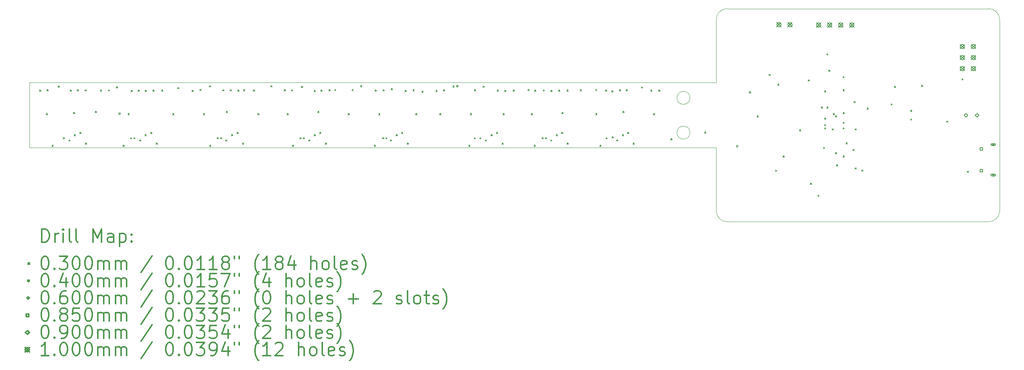
<source format=gbr>
%FSLAX45Y45*%
G04 Gerber Fmt 4.5, Leading zero omitted, Abs format (unit mm)*
G04 Created by KiCad (PCBNEW (5.1.10)-1) date 2022-05-27 17:54:43*
%MOMM*%
%LPD*%
G01*
G04 APERTURE LIST*
%TA.AperFunction,Profile*%
%ADD10C,0.038100*%
%TD*%
%ADD11C,0.200000*%
%ADD12C,0.300000*%
G04 APERTURE END LIST*
D10*
X27000000Y-7300000D02*
G75*
G02*
X27250000Y-7550000I0J-250000D01*
G01*
X27250000Y-11950000D02*
G75*
G02*
X27000000Y-12200000I-250000J0D01*
G01*
X21000000Y-12200000D02*
G75*
G02*
X20750000Y-11950000I0J250000D01*
G01*
X20750000Y-7550000D02*
G75*
G02*
X21000000Y-7300000I250000J0D01*
G01*
X20750000Y-11950000D02*
X20750000Y-10500000D01*
X27000000Y-12200000D02*
X21000000Y-12200000D01*
X27250000Y-7550000D02*
X27250000Y-11950000D01*
X21000000Y-7300000D02*
X27000000Y-7300000D01*
X20750000Y-9000000D02*
X20750000Y-7550000D01*
X5000000Y-10500000D02*
X20750000Y-10500000D01*
X20750000Y-9000000D02*
X5000000Y-9000000D01*
X20150000Y-10150000D02*
G75*
G03*
X20150000Y-10150000I-150000J0D01*
G01*
X20150000Y-9350000D02*
G75*
G03*
X20150000Y-9350000I-150000J0D01*
G01*
X5000000Y-9000000D02*
X5000000Y-10500000D01*
D11*
X5230000Y-9170000D02*
X5260000Y-9200000D01*
X5260000Y-9170000D02*
X5230000Y-9200000D01*
X5385000Y-9710000D02*
X5415000Y-9740000D01*
X5415000Y-9710000D02*
X5385000Y-9740000D01*
X5400000Y-9160000D02*
X5430000Y-9190000D01*
X5430000Y-9160000D02*
X5400000Y-9190000D01*
X5515394Y-10440395D02*
X5545394Y-10470395D01*
X5545394Y-10440395D02*
X5515394Y-10470395D01*
X5655000Y-9075000D02*
X5685000Y-9105000D01*
X5685000Y-9075000D02*
X5655000Y-9105000D01*
X5775000Y-10264794D02*
X5805000Y-10294794D01*
X5805000Y-10264794D02*
X5775000Y-10294794D01*
X5904994Y-10314994D02*
X5934994Y-10344994D01*
X5934994Y-10314994D02*
X5904994Y-10344994D01*
X5935000Y-9170000D02*
X5965000Y-9200000D01*
X5965000Y-9170000D02*
X5935000Y-9200000D01*
X6010000Y-9685000D02*
X6040000Y-9715000D01*
X6040000Y-9685000D02*
X6010000Y-9715000D01*
X6025000Y-10195000D02*
X6055000Y-10225000D01*
X6055000Y-10195000D02*
X6025000Y-10225000D01*
X6095000Y-9160000D02*
X6125000Y-9190000D01*
X6125000Y-9160000D02*
X6095000Y-9190000D01*
X6155000Y-10140000D02*
X6185000Y-10170000D01*
X6185000Y-10140000D02*
X6155000Y-10170000D01*
X6275000Y-9165000D02*
X6305000Y-9195000D01*
X6305000Y-9165000D02*
X6275000Y-9195000D01*
X6282694Y-10387694D02*
X6312694Y-10417694D01*
X6312694Y-10387694D02*
X6282694Y-10417694D01*
X6510000Y-9660000D02*
X6540000Y-9690000D01*
X6540000Y-9660000D02*
X6510000Y-9690000D01*
X6625000Y-9170000D02*
X6655000Y-9200000D01*
X6655000Y-9170000D02*
X6625000Y-9200000D01*
X6810000Y-9165000D02*
X6840000Y-9195000D01*
X6840000Y-9165000D02*
X6810000Y-9195000D01*
X6995000Y-9090000D02*
X7025000Y-9120000D01*
X7025000Y-9090000D02*
X6995000Y-9120000D01*
X7145394Y-10440395D02*
X7175394Y-10470395D01*
X7175394Y-10440395D02*
X7145394Y-10470395D01*
X7260000Y-9710000D02*
X7290000Y-9740000D01*
X7290000Y-9710000D02*
X7260000Y-9740000D01*
X7320000Y-10264794D02*
X7350000Y-10294794D01*
X7350000Y-10264794D02*
X7320000Y-10294794D01*
X7330000Y-9175000D02*
X7360000Y-9205000D01*
X7360000Y-9175000D02*
X7330000Y-9205000D01*
X7395206Y-10264794D02*
X7425206Y-10294794D01*
X7425206Y-10264794D02*
X7395206Y-10294794D01*
X7490000Y-9170000D02*
X7520000Y-9200000D01*
X7520000Y-9170000D02*
X7490000Y-9200000D01*
X7524994Y-10314994D02*
X7554994Y-10344994D01*
X7554994Y-10314994D02*
X7524994Y-10344994D01*
X7650000Y-10195000D02*
X7680000Y-10225000D01*
X7680000Y-10195000D02*
X7650000Y-10225000D01*
X7655000Y-9175000D02*
X7685000Y-9205000D01*
X7685000Y-9175000D02*
X7655000Y-9205000D01*
X7780000Y-10140000D02*
X7810000Y-10170000D01*
X7810000Y-10140000D02*
X7780000Y-10170000D01*
X7830000Y-9170000D02*
X7860000Y-9200000D01*
X7860000Y-9170000D02*
X7830000Y-9200000D01*
X7907306Y-10387694D02*
X7937306Y-10417694D01*
X7937306Y-10387694D02*
X7907306Y-10417694D01*
X8030000Y-9170000D02*
X8060000Y-9200000D01*
X8060000Y-9170000D02*
X8030000Y-9200000D01*
X8285000Y-9710000D02*
X8315000Y-9740000D01*
X8315000Y-9710000D02*
X8285000Y-9740000D01*
X8400000Y-9115000D02*
X8430000Y-9145000D01*
X8430000Y-9115000D02*
X8400000Y-9145000D01*
X8730000Y-9175000D02*
X8760000Y-9205000D01*
X8760000Y-9175000D02*
X8730000Y-9205000D01*
X8905000Y-9155000D02*
X8935000Y-9185000D01*
X8935000Y-9155000D02*
X8905000Y-9185000D01*
X8985000Y-9710000D02*
X9015000Y-9740000D01*
X9015000Y-9710000D02*
X8985000Y-9740000D01*
X9125000Y-9070000D02*
X9155000Y-9100000D01*
X9155000Y-9070000D02*
X9125000Y-9100000D01*
X9129606Y-10440395D02*
X9159606Y-10470395D01*
X9159606Y-10440395D02*
X9129606Y-10470395D01*
X9305000Y-10264794D02*
X9335000Y-10294794D01*
X9335000Y-10264794D02*
X9305000Y-10294794D01*
X9379794Y-10264794D02*
X9409794Y-10294794D01*
X9409794Y-10264794D02*
X9379794Y-10294794D01*
X9430000Y-9165000D02*
X9460000Y-9195000D01*
X9460000Y-9165000D02*
X9430000Y-9195000D01*
X9500006Y-10314994D02*
X9530006Y-10344994D01*
X9530006Y-10314994D02*
X9500006Y-10344994D01*
X9510000Y-9660000D02*
X9540000Y-9690000D01*
X9540000Y-9660000D02*
X9510000Y-9690000D01*
X9600000Y-9165000D02*
X9630000Y-9195000D01*
X9630000Y-9165000D02*
X9600000Y-9195000D01*
X9635000Y-10195000D02*
X9665000Y-10225000D01*
X9665000Y-10195000D02*
X9635000Y-10225000D01*
X9760000Y-10140000D02*
X9790000Y-10170000D01*
X9790000Y-10140000D02*
X9760000Y-10170000D01*
X9780000Y-9170000D02*
X9810000Y-9200000D01*
X9810000Y-9170000D02*
X9780000Y-9200000D01*
X9882306Y-10387694D02*
X9912306Y-10417694D01*
X9912306Y-10387694D02*
X9882306Y-10417694D01*
X9910000Y-9160000D02*
X9940000Y-9190000D01*
X9940000Y-9160000D02*
X9910000Y-9190000D01*
X10135000Y-9170000D02*
X10165000Y-9200000D01*
X10165000Y-9170000D02*
X10135000Y-9200000D01*
X10235000Y-9710000D02*
X10265000Y-9740000D01*
X10265000Y-9710000D02*
X10235000Y-9740000D01*
X10530000Y-9070000D02*
X10560000Y-9100000D01*
X10560000Y-9070000D02*
X10530000Y-9100000D01*
X10845000Y-9160000D02*
X10875000Y-9190000D01*
X10875000Y-9160000D02*
X10845000Y-9190000D01*
X10910000Y-9710000D02*
X10940000Y-9740000D01*
X10940000Y-9710000D02*
X10910000Y-9740000D01*
X11010000Y-9165000D02*
X11040000Y-9195000D01*
X11040000Y-9165000D02*
X11010000Y-9195000D01*
X11029606Y-10440395D02*
X11059606Y-10470395D01*
X11059606Y-10440395D02*
X11029606Y-10470395D01*
X11200000Y-10264794D02*
X11230000Y-10294794D01*
X11230000Y-10264794D02*
X11200000Y-10294794D01*
X11235000Y-9085000D02*
X11265000Y-9115000D01*
X11265000Y-9085000D02*
X11235000Y-9115000D01*
X11274794Y-10264794D02*
X11304794Y-10294794D01*
X11304794Y-10264794D02*
X11274794Y-10294794D01*
X11405006Y-10314994D02*
X11435006Y-10344994D01*
X11435006Y-10314994D02*
X11405006Y-10344994D01*
X11525000Y-9175000D02*
X11555000Y-9205000D01*
X11555000Y-9175000D02*
X11525000Y-9205000D01*
X11530000Y-10195000D02*
X11560000Y-10225000D01*
X11560000Y-10195000D02*
X11530000Y-10225000D01*
X11610000Y-9660000D02*
X11640000Y-9690000D01*
X11640000Y-9660000D02*
X11610000Y-9690000D01*
X11655000Y-10140000D02*
X11685000Y-10170000D01*
X11685000Y-10140000D02*
X11655000Y-10170000D01*
X11685000Y-9170000D02*
X11715000Y-9200000D01*
X11715000Y-9170000D02*
X11685000Y-9200000D01*
X11782694Y-10387694D02*
X11812694Y-10417694D01*
X11812694Y-10387694D02*
X11782694Y-10417694D01*
X11870000Y-9160000D02*
X11900000Y-9190000D01*
X11900000Y-9160000D02*
X11870000Y-9190000D01*
X12000000Y-9155000D02*
X12030000Y-9185000D01*
X12030000Y-9155000D02*
X12000000Y-9185000D01*
X12310000Y-9710000D02*
X12340000Y-9740000D01*
X12340000Y-9710000D02*
X12310000Y-9740000D01*
X12400000Y-9155000D02*
X12430000Y-9185000D01*
X12430000Y-9155000D02*
X12400000Y-9185000D01*
X12595000Y-9065000D02*
X12625000Y-9095000D01*
X12625000Y-9065000D02*
X12595000Y-9095000D01*
X12905000Y-10440395D02*
X12935000Y-10470395D01*
X12935000Y-10440395D02*
X12905000Y-10470395D01*
X12930000Y-9170000D02*
X12960000Y-9200000D01*
X12960000Y-9170000D02*
X12930000Y-9200000D01*
X13010000Y-9710000D02*
X13040000Y-9740000D01*
X13040000Y-9710000D02*
X13010000Y-9740000D01*
X13095000Y-10264794D02*
X13125000Y-10294794D01*
X13125000Y-10264794D02*
X13095000Y-10294794D01*
X13105000Y-9165000D02*
X13135000Y-9195000D01*
X13135000Y-9165000D02*
X13105000Y-9195000D01*
X13170000Y-10264794D02*
X13200000Y-10294794D01*
X13200000Y-10264794D02*
X13170000Y-10294794D01*
X13274994Y-10314994D02*
X13304994Y-10344994D01*
X13304994Y-10314994D02*
X13274994Y-10344994D01*
X13295000Y-9135000D02*
X13325000Y-9165000D01*
X13325000Y-9135000D02*
X13295000Y-9165000D01*
X13410000Y-10195000D02*
X13440000Y-10225000D01*
X13440000Y-10195000D02*
X13410000Y-10225000D01*
X13535000Y-10140000D02*
X13565000Y-10170000D01*
X13565000Y-10140000D02*
X13535000Y-10170000D01*
X13615000Y-9175000D02*
X13645000Y-9205000D01*
X13645000Y-9175000D02*
X13615000Y-9205000D01*
X13662306Y-10387694D02*
X13692306Y-10417694D01*
X13692306Y-10387694D02*
X13662306Y-10417694D01*
X13795000Y-9160000D02*
X13825000Y-9190000D01*
X13825000Y-9160000D02*
X13795000Y-9190000D01*
X13860000Y-9710000D02*
X13890000Y-9740000D01*
X13890000Y-9710000D02*
X13860000Y-9740000D01*
X14000000Y-9195000D02*
X14030000Y-9225000D01*
X14030000Y-9195000D02*
X14000000Y-9225000D01*
X14320000Y-9175000D02*
X14350000Y-9205000D01*
X14350000Y-9175000D02*
X14320000Y-9205000D01*
X14410000Y-9710000D02*
X14440000Y-9740000D01*
X14440000Y-9710000D02*
X14410000Y-9740000D01*
X14495000Y-9160000D02*
X14525000Y-9190000D01*
X14525000Y-9160000D02*
X14495000Y-9190000D01*
X14710000Y-9075000D02*
X14740000Y-9105000D01*
X14740000Y-9075000D02*
X14710000Y-9105000D01*
X15074606Y-10440395D02*
X15104606Y-10470395D01*
X15104606Y-10440395D02*
X15074606Y-10470395D01*
X15110000Y-9710000D02*
X15140000Y-9740000D01*
X15140000Y-9710000D02*
X15110000Y-9740000D01*
X15200000Y-10264794D02*
X15230000Y-10294794D01*
X15230000Y-10264794D02*
X15200000Y-10294794D01*
X15205000Y-9160000D02*
X15235000Y-9190000D01*
X15235000Y-9160000D02*
X15205000Y-9190000D01*
X15330000Y-10264794D02*
X15360000Y-10294794D01*
X15360000Y-10264794D02*
X15330000Y-10294794D01*
X15400000Y-9080000D02*
X15430000Y-9110000D01*
X15430000Y-9080000D02*
X15400000Y-9110000D01*
X15455006Y-10314994D02*
X15485006Y-10344994D01*
X15485006Y-10314994D02*
X15455006Y-10344994D01*
X15585000Y-10195000D02*
X15615000Y-10225000D01*
X15615000Y-10195000D02*
X15585000Y-10225000D01*
X15710000Y-10140000D02*
X15740000Y-10170000D01*
X15740000Y-10140000D02*
X15710000Y-10170000D01*
X15725000Y-9170000D02*
X15755000Y-9200000D01*
X15755000Y-9170000D02*
X15725000Y-9200000D01*
X15837694Y-10387694D02*
X15867694Y-10417694D01*
X15867694Y-10387694D02*
X15837694Y-10417694D01*
X15860000Y-9710000D02*
X15890000Y-9740000D01*
X15890000Y-9710000D02*
X15860000Y-9740000D01*
X15900000Y-9175000D02*
X15930000Y-9205000D01*
X15930000Y-9175000D02*
X15900000Y-9205000D01*
X16095000Y-9170000D02*
X16125000Y-9200000D01*
X16125000Y-9170000D02*
X16095000Y-9200000D01*
X16435000Y-9155000D02*
X16465000Y-9185000D01*
X16465000Y-9155000D02*
X16435000Y-9185000D01*
X16510000Y-9710000D02*
X16540000Y-9740000D01*
X16540000Y-9710000D02*
X16510000Y-9740000D01*
X16574606Y-10440395D02*
X16604606Y-10470395D01*
X16604606Y-10440395D02*
X16574606Y-10470395D01*
X16585000Y-9170000D02*
X16615000Y-9200000D01*
X16615000Y-9170000D02*
X16585000Y-9200000D01*
X16755000Y-10264794D02*
X16785000Y-10294794D01*
X16785000Y-10264794D02*
X16755000Y-10294794D01*
X16785000Y-9165000D02*
X16815000Y-9195000D01*
X16815000Y-9165000D02*
X16785000Y-9195000D01*
X16830000Y-10264794D02*
X16860000Y-10294794D01*
X16860000Y-10264794D02*
X16830000Y-10294794D01*
X16954994Y-10314994D02*
X16984994Y-10344994D01*
X16984994Y-10314994D02*
X16954994Y-10344994D01*
X16960000Y-9175000D02*
X16990000Y-9205000D01*
X16990000Y-9175000D02*
X16960000Y-9205000D01*
X17080000Y-10195000D02*
X17110000Y-10225000D01*
X17110000Y-10195000D02*
X17080000Y-10225000D01*
X17135000Y-9170000D02*
X17165000Y-9200000D01*
X17165000Y-9170000D02*
X17135000Y-9200000D01*
X17205000Y-10140000D02*
X17235000Y-10170000D01*
X17235000Y-10140000D02*
X17205000Y-10170000D01*
X17210000Y-9685000D02*
X17240000Y-9715000D01*
X17240000Y-9685000D02*
X17210000Y-9715000D01*
X17325000Y-9170000D02*
X17355000Y-9200000D01*
X17355000Y-9170000D02*
X17325000Y-9200000D01*
X17332306Y-10387694D02*
X17362306Y-10417694D01*
X17362306Y-10387694D02*
X17332306Y-10417694D01*
X17630000Y-9160000D02*
X17660000Y-9190000D01*
X17660000Y-9160000D02*
X17630000Y-9190000D01*
X17985000Y-9155000D02*
X18015000Y-9185000D01*
X18015000Y-9155000D02*
X17985000Y-9185000D01*
X17985000Y-9710000D02*
X18015000Y-9740000D01*
X18015000Y-9710000D02*
X17985000Y-9740000D01*
X18080000Y-10437894D02*
X18110000Y-10467894D01*
X18110000Y-10437894D02*
X18080000Y-10467894D01*
X18210000Y-9170000D02*
X18240000Y-9200000D01*
X18240000Y-9170000D02*
X18210000Y-9200000D01*
X18225000Y-10264794D02*
X18255000Y-10294794D01*
X18255000Y-10264794D02*
X18225000Y-10294794D01*
X18355000Y-9185000D02*
X18385000Y-9215000D01*
X18385000Y-9185000D02*
X18355000Y-9215000D01*
X18365000Y-10245200D02*
X18395000Y-10275200D01*
X18395000Y-10245200D02*
X18365000Y-10275200D01*
X18464994Y-10314994D02*
X18494994Y-10344994D01*
X18494994Y-10314994D02*
X18464994Y-10344994D01*
X18535000Y-9160000D02*
X18565000Y-9190000D01*
X18565000Y-9160000D02*
X18535000Y-9190000D01*
X18595000Y-10195000D02*
X18625000Y-10225000D01*
X18625000Y-10195000D02*
X18595000Y-10225000D01*
X18610000Y-9660000D02*
X18640000Y-9690000D01*
X18640000Y-9660000D02*
X18610000Y-9690000D01*
X18685000Y-9160000D02*
X18715000Y-9190000D01*
X18715000Y-9160000D02*
X18685000Y-9190000D01*
X18720000Y-10140000D02*
X18750000Y-10170000D01*
X18750000Y-10140000D02*
X18720000Y-10170000D01*
X18842306Y-10387694D02*
X18872306Y-10417694D01*
X18872306Y-10387694D02*
X18842306Y-10417694D01*
X19035000Y-9095000D02*
X19065000Y-9125000D01*
X19065000Y-9095000D02*
X19035000Y-9125000D01*
X19250000Y-9170000D02*
X19280000Y-9200000D01*
X19280000Y-9170000D02*
X19250000Y-9200000D01*
X19310000Y-9710000D02*
X19340000Y-9740000D01*
X19340000Y-9710000D02*
X19310000Y-9740000D01*
X19430000Y-9170000D02*
X19460000Y-9200000D01*
X19460000Y-9170000D02*
X19430000Y-9200000D01*
X19710000Y-10285000D02*
X19740000Y-10315000D01*
X19740000Y-10285000D02*
X19710000Y-10315000D01*
X20485000Y-10135000D02*
X20515000Y-10165000D01*
X20515000Y-10135000D02*
X20485000Y-10165000D01*
X21685000Y-9760000D02*
X21715000Y-9790000D01*
X21715000Y-9760000D02*
X21685000Y-9790000D01*
X21960000Y-8810000D02*
X21990000Y-8840000D01*
X21990000Y-8810000D02*
X21960000Y-8840000D01*
X22110000Y-11010000D02*
X22140000Y-11040000D01*
X22140000Y-11010000D02*
X22110000Y-11040000D01*
X22160000Y-9035000D02*
X22190000Y-9065000D01*
X22190000Y-9035000D02*
X22160000Y-9065000D01*
X22285000Y-10685000D02*
X22315000Y-10715000D01*
X22315000Y-10685000D02*
X22285000Y-10715000D01*
X22660000Y-10085000D02*
X22690000Y-10115000D01*
X22690000Y-10085000D02*
X22660000Y-10115000D01*
X22860000Y-8935000D02*
X22890000Y-8965000D01*
X22890000Y-8935000D02*
X22860000Y-8965000D01*
X22910000Y-11310000D02*
X22940000Y-11340000D01*
X22940000Y-11310000D02*
X22910000Y-11340000D01*
X23085000Y-11585000D02*
X23115000Y-11615000D01*
X23115000Y-11585000D02*
X23085000Y-11615000D01*
X23160000Y-9560000D02*
X23190000Y-9590000D01*
X23190000Y-9560000D02*
X23160000Y-9590000D01*
X23210000Y-10485000D02*
X23240000Y-10515000D01*
X23240000Y-10485000D02*
X23210000Y-10515000D01*
X23235000Y-9185000D02*
X23265000Y-9215000D01*
X23265000Y-9185000D02*
X23235000Y-9215000D01*
X23235000Y-9810000D02*
X23265000Y-9840000D01*
X23265000Y-9810000D02*
X23235000Y-9840000D01*
X23235000Y-9960000D02*
X23265000Y-9990000D01*
X23265000Y-9960000D02*
X23235000Y-9990000D01*
X23235000Y-10035000D02*
X23265000Y-10065000D01*
X23265000Y-10035000D02*
X23235000Y-10065000D01*
X23285000Y-8335000D02*
X23315000Y-8365000D01*
X23315000Y-8335000D02*
X23285000Y-8365000D01*
X23285000Y-9560000D02*
X23315000Y-9590000D01*
X23315000Y-9560000D02*
X23285000Y-9590000D01*
X23335000Y-8710000D02*
X23365000Y-8740000D01*
X23365000Y-8710000D02*
X23335000Y-8740000D01*
X23410000Y-10060000D02*
X23440000Y-10090000D01*
X23440000Y-10060000D02*
X23410000Y-10090000D01*
X23435000Y-9709800D02*
X23465000Y-9739800D01*
X23465000Y-9709800D02*
X23435000Y-9739800D01*
X23485000Y-10610000D02*
X23515000Y-10640000D01*
X23515000Y-10610000D02*
X23485000Y-10640000D01*
X23486304Y-9761309D02*
X23516304Y-9791309D01*
X23516304Y-9761309D02*
X23486304Y-9791309D01*
X23510000Y-10885000D02*
X23540000Y-10915000D01*
X23540000Y-10885000D02*
X23510000Y-10915000D01*
X23660000Y-8860000D02*
X23690000Y-8890000D01*
X23690000Y-8860000D02*
X23660000Y-8890000D01*
X23660000Y-9160000D02*
X23690000Y-9190000D01*
X23690000Y-9160000D02*
X23660000Y-9190000D01*
X23660000Y-9685000D02*
X23690000Y-9715000D01*
X23690000Y-9685000D02*
X23660000Y-9715000D01*
X23660000Y-9909800D02*
X23690000Y-9939800D01*
X23690000Y-9909800D02*
X23660000Y-9939800D01*
X23660000Y-10037901D02*
X23690000Y-10067901D01*
X23690000Y-10037901D02*
X23660000Y-10067901D01*
X23660000Y-10685000D02*
X23690000Y-10715000D01*
X23690000Y-10685000D02*
X23660000Y-10715000D01*
X23728164Y-10378164D02*
X23758164Y-10408164D01*
X23758164Y-10378164D02*
X23728164Y-10408164D01*
X23884800Y-10535000D02*
X23914800Y-10565000D01*
X23914800Y-10535000D02*
X23884800Y-10565000D01*
X23910000Y-9435000D02*
X23940000Y-9465000D01*
X23940000Y-9435000D02*
X23910000Y-9465000D01*
X23935000Y-10060000D02*
X23965000Y-10090000D01*
X23965000Y-10060000D02*
X23935000Y-10090000D01*
X23935000Y-10959800D02*
X23965000Y-10989800D01*
X23965000Y-10959800D02*
X23935000Y-10989800D01*
X24085000Y-11010000D02*
X24115000Y-11040000D01*
X24115000Y-11010000D02*
X24085000Y-11040000D01*
X24210000Y-9585000D02*
X24240000Y-9615000D01*
X24240000Y-9585000D02*
X24210000Y-9615000D01*
X24760000Y-9485000D02*
X24790000Y-9515000D01*
X24790000Y-9485000D02*
X24760000Y-9515000D01*
X24835000Y-9085000D02*
X24865000Y-9115000D01*
X24865000Y-9085000D02*
X24835000Y-9115000D01*
X25210000Y-9635000D02*
X25240000Y-9665000D01*
X25240000Y-9635000D02*
X25210000Y-9665000D01*
X25210000Y-9835000D02*
X25240000Y-9865000D01*
X25240000Y-9835000D02*
X25210000Y-9865000D01*
X25460000Y-9060000D02*
X25490000Y-9090000D01*
X25490000Y-9060000D02*
X25460000Y-9090000D01*
X26035000Y-9885000D02*
X26065000Y-9915000D01*
X26065000Y-9885000D02*
X26035000Y-9915000D01*
X26385000Y-8910000D02*
X26415000Y-8940000D01*
X26415000Y-8910000D02*
X26385000Y-8940000D01*
X26510000Y-11035000D02*
X26540000Y-11065000D01*
X26540000Y-11035000D02*
X26510000Y-11065000D01*
X7085000Y-9715000D02*
G75*
G03*
X7085000Y-9715000I-20000J0D01*
G01*
X14835000Y-9080000D02*
G75*
G03*
X14835000Y-9080000I-20000J0D01*
G01*
X21250394Y-10465394D02*
G75*
G03*
X21250394Y-10465394I-20000J0D01*
G01*
X21545000Y-9225000D02*
G75*
G03*
X21545000Y-9225000I-20000J0D01*
G01*
X27105000Y-10395000D02*
X27105000Y-10455000D01*
X27075000Y-10425000D02*
X27135000Y-10425000D01*
X27070000Y-10445000D02*
X27140000Y-10445000D01*
X27070000Y-10405000D02*
X27140000Y-10405000D01*
X27140000Y-10445000D02*
G75*
G03*
X27140000Y-10405000I0J20000D01*
G01*
X27070000Y-10405000D02*
G75*
G03*
X27070000Y-10445000I0J-20000D01*
G01*
X27105000Y-11095000D02*
X27105000Y-11155000D01*
X27075000Y-11125000D02*
X27135000Y-11125000D01*
X27140000Y-11105000D02*
X27070000Y-11105000D01*
X27140000Y-11145000D02*
X27070000Y-11145000D01*
X27070000Y-11105000D02*
G75*
G03*
X27070000Y-11145000I0J-20000D01*
G01*
X27140000Y-11145000D02*
G75*
G03*
X27140000Y-11105000I0J20000D01*
G01*
X26865052Y-10555052D02*
X26865052Y-10494948D01*
X26804948Y-10494948D01*
X26804948Y-10555052D01*
X26865052Y-10555052D01*
X26865052Y-11055052D02*
X26865052Y-10994948D01*
X26804948Y-10994948D01*
X26804948Y-11055052D01*
X26865052Y-11055052D01*
X26480000Y-9795000D02*
X26525000Y-9750000D01*
X26480000Y-9705000D01*
X26435000Y-9750000D01*
X26480000Y-9795000D01*
X26734000Y-9795000D02*
X26779000Y-9750000D01*
X26734000Y-9705000D01*
X26689000Y-9750000D01*
X26734000Y-9795000D01*
X22140000Y-7620000D02*
X22240000Y-7720000D01*
X22240000Y-7620000D02*
X22140000Y-7720000D01*
X22240000Y-7670000D02*
G75*
G03*
X22240000Y-7670000I-50000J0D01*
G01*
X22394000Y-7620000D02*
X22494000Y-7720000D01*
X22494000Y-7620000D02*
X22394000Y-7720000D01*
X22494000Y-7670000D02*
G75*
G03*
X22494000Y-7670000I-50000J0D01*
G01*
X23050000Y-7625000D02*
X23150000Y-7725000D01*
X23150000Y-7625000D02*
X23050000Y-7725000D01*
X23150000Y-7675000D02*
G75*
G03*
X23150000Y-7675000I-50000J0D01*
G01*
X23304000Y-7625000D02*
X23404000Y-7725000D01*
X23404000Y-7625000D02*
X23304000Y-7725000D01*
X23404000Y-7675000D02*
G75*
G03*
X23404000Y-7675000I-50000J0D01*
G01*
X23558000Y-7625000D02*
X23658000Y-7725000D01*
X23658000Y-7625000D02*
X23558000Y-7725000D01*
X23658000Y-7675000D02*
G75*
G03*
X23658000Y-7675000I-50000J0D01*
G01*
X23812000Y-7625000D02*
X23912000Y-7725000D01*
X23912000Y-7625000D02*
X23812000Y-7725000D01*
X23912000Y-7675000D02*
G75*
G03*
X23912000Y-7675000I-50000J0D01*
G01*
X26346000Y-8121000D02*
X26446000Y-8221000D01*
X26446000Y-8121000D02*
X26346000Y-8221000D01*
X26446000Y-8171000D02*
G75*
G03*
X26446000Y-8171000I-50000J0D01*
G01*
X26346000Y-8375000D02*
X26446000Y-8475000D01*
X26446000Y-8375000D02*
X26346000Y-8475000D01*
X26446000Y-8425000D02*
G75*
G03*
X26446000Y-8425000I-50000J0D01*
G01*
X26346000Y-8629000D02*
X26446000Y-8729000D01*
X26446000Y-8629000D02*
X26346000Y-8729000D01*
X26446000Y-8679000D02*
G75*
G03*
X26446000Y-8679000I-50000J0D01*
G01*
X26600000Y-8121000D02*
X26700000Y-8221000D01*
X26700000Y-8121000D02*
X26600000Y-8221000D01*
X26700000Y-8171000D02*
G75*
G03*
X26700000Y-8171000I-50000J0D01*
G01*
X26600000Y-8375000D02*
X26700000Y-8475000D01*
X26700000Y-8375000D02*
X26600000Y-8475000D01*
X26700000Y-8425000D02*
G75*
G03*
X26700000Y-8425000I-50000J0D01*
G01*
X26600000Y-8629000D02*
X26700000Y-8729000D01*
X26700000Y-8629000D02*
X26600000Y-8729000D01*
X26700000Y-8679000D02*
G75*
G03*
X26700000Y-8679000I-50000J0D01*
G01*
D12*
X5284523Y-12667619D02*
X5284523Y-12367619D01*
X5355952Y-12367619D01*
X5398809Y-12381905D01*
X5427381Y-12410476D01*
X5441666Y-12439048D01*
X5455952Y-12496191D01*
X5455952Y-12539048D01*
X5441666Y-12596191D01*
X5427381Y-12624762D01*
X5398809Y-12653334D01*
X5355952Y-12667619D01*
X5284523Y-12667619D01*
X5584523Y-12667619D02*
X5584523Y-12467619D01*
X5584523Y-12524762D02*
X5598809Y-12496191D01*
X5613095Y-12481905D01*
X5641666Y-12467619D01*
X5670238Y-12467619D01*
X5770238Y-12667619D02*
X5770238Y-12467619D01*
X5770238Y-12367619D02*
X5755952Y-12381905D01*
X5770238Y-12396191D01*
X5784523Y-12381905D01*
X5770238Y-12367619D01*
X5770238Y-12396191D01*
X5955952Y-12667619D02*
X5927381Y-12653334D01*
X5913095Y-12624762D01*
X5913095Y-12367619D01*
X6113095Y-12667619D02*
X6084523Y-12653334D01*
X6070238Y-12624762D01*
X6070238Y-12367619D01*
X6455952Y-12667619D02*
X6455952Y-12367619D01*
X6555952Y-12581905D01*
X6655952Y-12367619D01*
X6655952Y-12667619D01*
X6927381Y-12667619D02*
X6927381Y-12510476D01*
X6913095Y-12481905D01*
X6884523Y-12467619D01*
X6827381Y-12467619D01*
X6798809Y-12481905D01*
X6927381Y-12653334D02*
X6898809Y-12667619D01*
X6827381Y-12667619D01*
X6798809Y-12653334D01*
X6784523Y-12624762D01*
X6784523Y-12596191D01*
X6798809Y-12567619D01*
X6827381Y-12553334D01*
X6898809Y-12553334D01*
X6927381Y-12539048D01*
X7070238Y-12467619D02*
X7070238Y-12767619D01*
X7070238Y-12481905D02*
X7098809Y-12467619D01*
X7155952Y-12467619D01*
X7184523Y-12481905D01*
X7198809Y-12496191D01*
X7213095Y-12524762D01*
X7213095Y-12610476D01*
X7198809Y-12639048D01*
X7184523Y-12653334D01*
X7155952Y-12667619D01*
X7098809Y-12667619D01*
X7070238Y-12653334D01*
X7341666Y-12639048D02*
X7355952Y-12653334D01*
X7341666Y-12667619D01*
X7327381Y-12653334D01*
X7341666Y-12639048D01*
X7341666Y-12667619D01*
X7341666Y-12481905D02*
X7355952Y-12496191D01*
X7341666Y-12510476D01*
X7327381Y-12496191D01*
X7341666Y-12481905D01*
X7341666Y-12510476D01*
X4968095Y-13146905D02*
X4998095Y-13176905D01*
X4998095Y-13146905D02*
X4968095Y-13176905D01*
X5341666Y-12997619D02*
X5370238Y-12997619D01*
X5398809Y-13011905D01*
X5413095Y-13026191D01*
X5427381Y-13054762D01*
X5441666Y-13111905D01*
X5441666Y-13183334D01*
X5427381Y-13240476D01*
X5413095Y-13269048D01*
X5398809Y-13283334D01*
X5370238Y-13297619D01*
X5341666Y-13297619D01*
X5313095Y-13283334D01*
X5298809Y-13269048D01*
X5284523Y-13240476D01*
X5270238Y-13183334D01*
X5270238Y-13111905D01*
X5284523Y-13054762D01*
X5298809Y-13026191D01*
X5313095Y-13011905D01*
X5341666Y-12997619D01*
X5570238Y-13269048D02*
X5584523Y-13283334D01*
X5570238Y-13297619D01*
X5555952Y-13283334D01*
X5570238Y-13269048D01*
X5570238Y-13297619D01*
X5684523Y-12997619D02*
X5870238Y-12997619D01*
X5770238Y-13111905D01*
X5813095Y-13111905D01*
X5841666Y-13126191D01*
X5855952Y-13140476D01*
X5870238Y-13169048D01*
X5870238Y-13240476D01*
X5855952Y-13269048D01*
X5841666Y-13283334D01*
X5813095Y-13297619D01*
X5727381Y-13297619D01*
X5698809Y-13283334D01*
X5684523Y-13269048D01*
X6055952Y-12997619D02*
X6084523Y-12997619D01*
X6113095Y-13011905D01*
X6127381Y-13026191D01*
X6141666Y-13054762D01*
X6155952Y-13111905D01*
X6155952Y-13183334D01*
X6141666Y-13240476D01*
X6127381Y-13269048D01*
X6113095Y-13283334D01*
X6084523Y-13297619D01*
X6055952Y-13297619D01*
X6027381Y-13283334D01*
X6013095Y-13269048D01*
X5998809Y-13240476D01*
X5984523Y-13183334D01*
X5984523Y-13111905D01*
X5998809Y-13054762D01*
X6013095Y-13026191D01*
X6027381Y-13011905D01*
X6055952Y-12997619D01*
X6341666Y-12997619D02*
X6370238Y-12997619D01*
X6398809Y-13011905D01*
X6413095Y-13026191D01*
X6427381Y-13054762D01*
X6441666Y-13111905D01*
X6441666Y-13183334D01*
X6427381Y-13240476D01*
X6413095Y-13269048D01*
X6398809Y-13283334D01*
X6370238Y-13297619D01*
X6341666Y-13297619D01*
X6313095Y-13283334D01*
X6298809Y-13269048D01*
X6284523Y-13240476D01*
X6270238Y-13183334D01*
X6270238Y-13111905D01*
X6284523Y-13054762D01*
X6298809Y-13026191D01*
X6313095Y-13011905D01*
X6341666Y-12997619D01*
X6570238Y-13297619D02*
X6570238Y-13097619D01*
X6570238Y-13126191D02*
X6584523Y-13111905D01*
X6613095Y-13097619D01*
X6655952Y-13097619D01*
X6684523Y-13111905D01*
X6698809Y-13140476D01*
X6698809Y-13297619D01*
X6698809Y-13140476D02*
X6713095Y-13111905D01*
X6741666Y-13097619D01*
X6784523Y-13097619D01*
X6813095Y-13111905D01*
X6827381Y-13140476D01*
X6827381Y-13297619D01*
X6970238Y-13297619D02*
X6970238Y-13097619D01*
X6970238Y-13126191D02*
X6984523Y-13111905D01*
X7013095Y-13097619D01*
X7055952Y-13097619D01*
X7084523Y-13111905D01*
X7098809Y-13140476D01*
X7098809Y-13297619D01*
X7098809Y-13140476D02*
X7113095Y-13111905D01*
X7141666Y-13097619D01*
X7184523Y-13097619D01*
X7213095Y-13111905D01*
X7227381Y-13140476D01*
X7227381Y-13297619D01*
X7813095Y-12983334D02*
X7555952Y-13369048D01*
X8198809Y-12997619D02*
X8227381Y-12997619D01*
X8255952Y-13011905D01*
X8270238Y-13026191D01*
X8284523Y-13054762D01*
X8298809Y-13111905D01*
X8298809Y-13183334D01*
X8284523Y-13240476D01*
X8270238Y-13269048D01*
X8255952Y-13283334D01*
X8227381Y-13297619D01*
X8198809Y-13297619D01*
X8170238Y-13283334D01*
X8155952Y-13269048D01*
X8141666Y-13240476D01*
X8127381Y-13183334D01*
X8127381Y-13111905D01*
X8141666Y-13054762D01*
X8155952Y-13026191D01*
X8170238Y-13011905D01*
X8198809Y-12997619D01*
X8427381Y-13269048D02*
X8441666Y-13283334D01*
X8427381Y-13297619D01*
X8413095Y-13283334D01*
X8427381Y-13269048D01*
X8427381Y-13297619D01*
X8627381Y-12997619D02*
X8655952Y-12997619D01*
X8684523Y-13011905D01*
X8698809Y-13026191D01*
X8713095Y-13054762D01*
X8727381Y-13111905D01*
X8727381Y-13183334D01*
X8713095Y-13240476D01*
X8698809Y-13269048D01*
X8684523Y-13283334D01*
X8655952Y-13297619D01*
X8627381Y-13297619D01*
X8598809Y-13283334D01*
X8584523Y-13269048D01*
X8570238Y-13240476D01*
X8555952Y-13183334D01*
X8555952Y-13111905D01*
X8570238Y-13054762D01*
X8584523Y-13026191D01*
X8598809Y-13011905D01*
X8627381Y-12997619D01*
X9013095Y-13297619D02*
X8841666Y-13297619D01*
X8927381Y-13297619D02*
X8927381Y-12997619D01*
X8898809Y-13040476D01*
X8870238Y-13069048D01*
X8841666Y-13083334D01*
X9298809Y-13297619D02*
X9127381Y-13297619D01*
X9213095Y-13297619D02*
X9213095Y-12997619D01*
X9184523Y-13040476D01*
X9155952Y-13069048D01*
X9127381Y-13083334D01*
X9470238Y-13126191D02*
X9441666Y-13111905D01*
X9427381Y-13097619D01*
X9413095Y-13069048D01*
X9413095Y-13054762D01*
X9427381Y-13026191D01*
X9441666Y-13011905D01*
X9470238Y-12997619D01*
X9527381Y-12997619D01*
X9555952Y-13011905D01*
X9570238Y-13026191D01*
X9584523Y-13054762D01*
X9584523Y-13069048D01*
X9570238Y-13097619D01*
X9555952Y-13111905D01*
X9527381Y-13126191D01*
X9470238Y-13126191D01*
X9441666Y-13140476D01*
X9427381Y-13154762D01*
X9413095Y-13183334D01*
X9413095Y-13240476D01*
X9427381Y-13269048D01*
X9441666Y-13283334D01*
X9470238Y-13297619D01*
X9527381Y-13297619D01*
X9555952Y-13283334D01*
X9570238Y-13269048D01*
X9584523Y-13240476D01*
X9584523Y-13183334D01*
X9570238Y-13154762D01*
X9555952Y-13140476D01*
X9527381Y-13126191D01*
X9698809Y-12997619D02*
X9698809Y-13054762D01*
X9813095Y-12997619D02*
X9813095Y-13054762D01*
X10255952Y-13411905D02*
X10241666Y-13397619D01*
X10213095Y-13354762D01*
X10198809Y-13326191D01*
X10184523Y-13283334D01*
X10170238Y-13211905D01*
X10170238Y-13154762D01*
X10184523Y-13083334D01*
X10198809Y-13040476D01*
X10213095Y-13011905D01*
X10241666Y-12969048D01*
X10255952Y-12954762D01*
X10527381Y-13297619D02*
X10355952Y-13297619D01*
X10441666Y-13297619D02*
X10441666Y-12997619D01*
X10413095Y-13040476D01*
X10384523Y-13069048D01*
X10355952Y-13083334D01*
X10698809Y-13126191D02*
X10670238Y-13111905D01*
X10655952Y-13097619D01*
X10641666Y-13069048D01*
X10641666Y-13054762D01*
X10655952Y-13026191D01*
X10670238Y-13011905D01*
X10698809Y-12997619D01*
X10755952Y-12997619D01*
X10784523Y-13011905D01*
X10798809Y-13026191D01*
X10813095Y-13054762D01*
X10813095Y-13069048D01*
X10798809Y-13097619D01*
X10784523Y-13111905D01*
X10755952Y-13126191D01*
X10698809Y-13126191D01*
X10670238Y-13140476D01*
X10655952Y-13154762D01*
X10641666Y-13183334D01*
X10641666Y-13240476D01*
X10655952Y-13269048D01*
X10670238Y-13283334D01*
X10698809Y-13297619D01*
X10755952Y-13297619D01*
X10784523Y-13283334D01*
X10798809Y-13269048D01*
X10813095Y-13240476D01*
X10813095Y-13183334D01*
X10798809Y-13154762D01*
X10784523Y-13140476D01*
X10755952Y-13126191D01*
X11070238Y-13097619D02*
X11070238Y-13297619D01*
X10998809Y-12983334D02*
X10927381Y-13197619D01*
X11113095Y-13197619D01*
X11455952Y-13297619D02*
X11455952Y-12997619D01*
X11584523Y-13297619D02*
X11584523Y-13140476D01*
X11570238Y-13111905D01*
X11541666Y-13097619D01*
X11498809Y-13097619D01*
X11470238Y-13111905D01*
X11455952Y-13126191D01*
X11770238Y-13297619D02*
X11741666Y-13283334D01*
X11727381Y-13269048D01*
X11713095Y-13240476D01*
X11713095Y-13154762D01*
X11727381Y-13126191D01*
X11741666Y-13111905D01*
X11770238Y-13097619D01*
X11813095Y-13097619D01*
X11841666Y-13111905D01*
X11855952Y-13126191D01*
X11870238Y-13154762D01*
X11870238Y-13240476D01*
X11855952Y-13269048D01*
X11841666Y-13283334D01*
X11813095Y-13297619D01*
X11770238Y-13297619D01*
X12041666Y-13297619D02*
X12013095Y-13283334D01*
X11998809Y-13254762D01*
X11998809Y-12997619D01*
X12270238Y-13283334D02*
X12241666Y-13297619D01*
X12184523Y-13297619D01*
X12155952Y-13283334D01*
X12141666Y-13254762D01*
X12141666Y-13140476D01*
X12155952Y-13111905D01*
X12184523Y-13097619D01*
X12241666Y-13097619D01*
X12270238Y-13111905D01*
X12284523Y-13140476D01*
X12284523Y-13169048D01*
X12141666Y-13197619D01*
X12398809Y-13283334D02*
X12427381Y-13297619D01*
X12484523Y-13297619D01*
X12513095Y-13283334D01*
X12527381Y-13254762D01*
X12527381Y-13240476D01*
X12513095Y-13211905D01*
X12484523Y-13197619D01*
X12441666Y-13197619D01*
X12413095Y-13183334D01*
X12398809Y-13154762D01*
X12398809Y-13140476D01*
X12413095Y-13111905D01*
X12441666Y-13097619D01*
X12484523Y-13097619D01*
X12513095Y-13111905D01*
X12627381Y-13411905D02*
X12641666Y-13397619D01*
X12670238Y-13354762D01*
X12684523Y-13326191D01*
X12698809Y-13283334D01*
X12713095Y-13211905D01*
X12713095Y-13154762D01*
X12698809Y-13083334D01*
X12684523Y-13040476D01*
X12670238Y-13011905D01*
X12641666Y-12969048D01*
X12627381Y-12954762D01*
X4998095Y-13557905D02*
G75*
G03*
X4998095Y-13557905I-20000J0D01*
G01*
X5341666Y-13393619D02*
X5370238Y-13393619D01*
X5398809Y-13407905D01*
X5413095Y-13422191D01*
X5427381Y-13450762D01*
X5441666Y-13507905D01*
X5441666Y-13579334D01*
X5427381Y-13636476D01*
X5413095Y-13665048D01*
X5398809Y-13679334D01*
X5370238Y-13693619D01*
X5341666Y-13693619D01*
X5313095Y-13679334D01*
X5298809Y-13665048D01*
X5284523Y-13636476D01*
X5270238Y-13579334D01*
X5270238Y-13507905D01*
X5284523Y-13450762D01*
X5298809Y-13422191D01*
X5313095Y-13407905D01*
X5341666Y-13393619D01*
X5570238Y-13665048D02*
X5584523Y-13679334D01*
X5570238Y-13693619D01*
X5555952Y-13679334D01*
X5570238Y-13665048D01*
X5570238Y-13693619D01*
X5841666Y-13493619D02*
X5841666Y-13693619D01*
X5770238Y-13379334D02*
X5698809Y-13593619D01*
X5884523Y-13593619D01*
X6055952Y-13393619D02*
X6084523Y-13393619D01*
X6113095Y-13407905D01*
X6127381Y-13422191D01*
X6141666Y-13450762D01*
X6155952Y-13507905D01*
X6155952Y-13579334D01*
X6141666Y-13636476D01*
X6127381Y-13665048D01*
X6113095Y-13679334D01*
X6084523Y-13693619D01*
X6055952Y-13693619D01*
X6027381Y-13679334D01*
X6013095Y-13665048D01*
X5998809Y-13636476D01*
X5984523Y-13579334D01*
X5984523Y-13507905D01*
X5998809Y-13450762D01*
X6013095Y-13422191D01*
X6027381Y-13407905D01*
X6055952Y-13393619D01*
X6341666Y-13393619D02*
X6370238Y-13393619D01*
X6398809Y-13407905D01*
X6413095Y-13422191D01*
X6427381Y-13450762D01*
X6441666Y-13507905D01*
X6441666Y-13579334D01*
X6427381Y-13636476D01*
X6413095Y-13665048D01*
X6398809Y-13679334D01*
X6370238Y-13693619D01*
X6341666Y-13693619D01*
X6313095Y-13679334D01*
X6298809Y-13665048D01*
X6284523Y-13636476D01*
X6270238Y-13579334D01*
X6270238Y-13507905D01*
X6284523Y-13450762D01*
X6298809Y-13422191D01*
X6313095Y-13407905D01*
X6341666Y-13393619D01*
X6570238Y-13693619D02*
X6570238Y-13493619D01*
X6570238Y-13522191D02*
X6584523Y-13507905D01*
X6613095Y-13493619D01*
X6655952Y-13493619D01*
X6684523Y-13507905D01*
X6698809Y-13536476D01*
X6698809Y-13693619D01*
X6698809Y-13536476D02*
X6713095Y-13507905D01*
X6741666Y-13493619D01*
X6784523Y-13493619D01*
X6813095Y-13507905D01*
X6827381Y-13536476D01*
X6827381Y-13693619D01*
X6970238Y-13693619D02*
X6970238Y-13493619D01*
X6970238Y-13522191D02*
X6984523Y-13507905D01*
X7013095Y-13493619D01*
X7055952Y-13493619D01*
X7084523Y-13507905D01*
X7098809Y-13536476D01*
X7098809Y-13693619D01*
X7098809Y-13536476D02*
X7113095Y-13507905D01*
X7141666Y-13493619D01*
X7184523Y-13493619D01*
X7213095Y-13507905D01*
X7227381Y-13536476D01*
X7227381Y-13693619D01*
X7813095Y-13379334D02*
X7555952Y-13765048D01*
X8198809Y-13393619D02*
X8227381Y-13393619D01*
X8255952Y-13407905D01*
X8270238Y-13422191D01*
X8284523Y-13450762D01*
X8298809Y-13507905D01*
X8298809Y-13579334D01*
X8284523Y-13636476D01*
X8270238Y-13665048D01*
X8255952Y-13679334D01*
X8227381Y-13693619D01*
X8198809Y-13693619D01*
X8170238Y-13679334D01*
X8155952Y-13665048D01*
X8141666Y-13636476D01*
X8127381Y-13579334D01*
X8127381Y-13507905D01*
X8141666Y-13450762D01*
X8155952Y-13422191D01*
X8170238Y-13407905D01*
X8198809Y-13393619D01*
X8427381Y-13665048D02*
X8441666Y-13679334D01*
X8427381Y-13693619D01*
X8413095Y-13679334D01*
X8427381Y-13665048D01*
X8427381Y-13693619D01*
X8627381Y-13393619D02*
X8655952Y-13393619D01*
X8684523Y-13407905D01*
X8698809Y-13422191D01*
X8713095Y-13450762D01*
X8727381Y-13507905D01*
X8727381Y-13579334D01*
X8713095Y-13636476D01*
X8698809Y-13665048D01*
X8684523Y-13679334D01*
X8655952Y-13693619D01*
X8627381Y-13693619D01*
X8598809Y-13679334D01*
X8584523Y-13665048D01*
X8570238Y-13636476D01*
X8555952Y-13579334D01*
X8555952Y-13507905D01*
X8570238Y-13450762D01*
X8584523Y-13422191D01*
X8598809Y-13407905D01*
X8627381Y-13393619D01*
X9013095Y-13693619D02*
X8841666Y-13693619D01*
X8927381Y-13693619D02*
X8927381Y-13393619D01*
X8898809Y-13436476D01*
X8870238Y-13465048D01*
X8841666Y-13479334D01*
X9284523Y-13393619D02*
X9141666Y-13393619D01*
X9127381Y-13536476D01*
X9141666Y-13522191D01*
X9170238Y-13507905D01*
X9241666Y-13507905D01*
X9270238Y-13522191D01*
X9284523Y-13536476D01*
X9298809Y-13565048D01*
X9298809Y-13636476D01*
X9284523Y-13665048D01*
X9270238Y-13679334D01*
X9241666Y-13693619D01*
X9170238Y-13693619D01*
X9141666Y-13679334D01*
X9127381Y-13665048D01*
X9398809Y-13393619D02*
X9598809Y-13393619D01*
X9470238Y-13693619D01*
X9698809Y-13393619D02*
X9698809Y-13450762D01*
X9813095Y-13393619D02*
X9813095Y-13450762D01*
X10255952Y-13807905D02*
X10241666Y-13793619D01*
X10213095Y-13750762D01*
X10198809Y-13722191D01*
X10184523Y-13679334D01*
X10170238Y-13607905D01*
X10170238Y-13550762D01*
X10184523Y-13479334D01*
X10198809Y-13436476D01*
X10213095Y-13407905D01*
X10241666Y-13365048D01*
X10255952Y-13350762D01*
X10498809Y-13493619D02*
X10498809Y-13693619D01*
X10427381Y-13379334D02*
X10355952Y-13593619D01*
X10541666Y-13593619D01*
X10884523Y-13693619D02*
X10884523Y-13393619D01*
X11013095Y-13693619D02*
X11013095Y-13536476D01*
X10998809Y-13507905D01*
X10970238Y-13493619D01*
X10927381Y-13493619D01*
X10898809Y-13507905D01*
X10884523Y-13522191D01*
X11198809Y-13693619D02*
X11170238Y-13679334D01*
X11155952Y-13665048D01*
X11141666Y-13636476D01*
X11141666Y-13550762D01*
X11155952Y-13522191D01*
X11170238Y-13507905D01*
X11198809Y-13493619D01*
X11241666Y-13493619D01*
X11270238Y-13507905D01*
X11284523Y-13522191D01*
X11298809Y-13550762D01*
X11298809Y-13636476D01*
X11284523Y-13665048D01*
X11270238Y-13679334D01*
X11241666Y-13693619D01*
X11198809Y-13693619D01*
X11470238Y-13693619D02*
X11441666Y-13679334D01*
X11427381Y-13650762D01*
X11427381Y-13393619D01*
X11698809Y-13679334D02*
X11670238Y-13693619D01*
X11613095Y-13693619D01*
X11584523Y-13679334D01*
X11570238Y-13650762D01*
X11570238Y-13536476D01*
X11584523Y-13507905D01*
X11613095Y-13493619D01*
X11670238Y-13493619D01*
X11698809Y-13507905D01*
X11713095Y-13536476D01*
X11713095Y-13565048D01*
X11570238Y-13593619D01*
X11827381Y-13679334D02*
X11855952Y-13693619D01*
X11913095Y-13693619D01*
X11941666Y-13679334D01*
X11955952Y-13650762D01*
X11955952Y-13636476D01*
X11941666Y-13607905D01*
X11913095Y-13593619D01*
X11870238Y-13593619D01*
X11841666Y-13579334D01*
X11827381Y-13550762D01*
X11827381Y-13536476D01*
X11841666Y-13507905D01*
X11870238Y-13493619D01*
X11913095Y-13493619D01*
X11941666Y-13507905D01*
X12055952Y-13807905D02*
X12070238Y-13793619D01*
X12098809Y-13750762D01*
X12113095Y-13722191D01*
X12127381Y-13679334D01*
X12141666Y-13607905D01*
X12141666Y-13550762D01*
X12127381Y-13479334D01*
X12113095Y-13436476D01*
X12098809Y-13407905D01*
X12070238Y-13365048D01*
X12055952Y-13350762D01*
X4968095Y-13923905D02*
X4968095Y-13983905D01*
X4938095Y-13953905D02*
X4998095Y-13953905D01*
X5341666Y-13789619D02*
X5370238Y-13789619D01*
X5398809Y-13803905D01*
X5413095Y-13818191D01*
X5427381Y-13846762D01*
X5441666Y-13903905D01*
X5441666Y-13975334D01*
X5427381Y-14032476D01*
X5413095Y-14061048D01*
X5398809Y-14075334D01*
X5370238Y-14089619D01*
X5341666Y-14089619D01*
X5313095Y-14075334D01*
X5298809Y-14061048D01*
X5284523Y-14032476D01*
X5270238Y-13975334D01*
X5270238Y-13903905D01*
X5284523Y-13846762D01*
X5298809Y-13818191D01*
X5313095Y-13803905D01*
X5341666Y-13789619D01*
X5570238Y-14061048D02*
X5584523Y-14075334D01*
X5570238Y-14089619D01*
X5555952Y-14075334D01*
X5570238Y-14061048D01*
X5570238Y-14089619D01*
X5841666Y-13789619D02*
X5784523Y-13789619D01*
X5755952Y-13803905D01*
X5741666Y-13818191D01*
X5713095Y-13861048D01*
X5698809Y-13918191D01*
X5698809Y-14032476D01*
X5713095Y-14061048D01*
X5727381Y-14075334D01*
X5755952Y-14089619D01*
X5813095Y-14089619D01*
X5841666Y-14075334D01*
X5855952Y-14061048D01*
X5870238Y-14032476D01*
X5870238Y-13961048D01*
X5855952Y-13932476D01*
X5841666Y-13918191D01*
X5813095Y-13903905D01*
X5755952Y-13903905D01*
X5727381Y-13918191D01*
X5713095Y-13932476D01*
X5698809Y-13961048D01*
X6055952Y-13789619D02*
X6084523Y-13789619D01*
X6113095Y-13803905D01*
X6127381Y-13818191D01*
X6141666Y-13846762D01*
X6155952Y-13903905D01*
X6155952Y-13975334D01*
X6141666Y-14032476D01*
X6127381Y-14061048D01*
X6113095Y-14075334D01*
X6084523Y-14089619D01*
X6055952Y-14089619D01*
X6027381Y-14075334D01*
X6013095Y-14061048D01*
X5998809Y-14032476D01*
X5984523Y-13975334D01*
X5984523Y-13903905D01*
X5998809Y-13846762D01*
X6013095Y-13818191D01*
X6027381Y-13803905D01*
X6055952Y-13789619D01*
X6341666Y-13789619D02*
X6370238Y-13789619D01*
X6398809Y-13803905D01*
X6413095Y-13818191D01*
X6427381Y-13846762D01*
X6441666Y-13903905D01*
X6441666Y-13975334D01*
X6427381Y-14032476D01*
X6413095Y-14061048D01*
X6398809Y-14075334D01*
X6370238Y-14089619D01*
X6341666Y-14089619D01*
X6313095Y-14075334D01*
X6298809Y-14061048D01*
X6284523Y-14032476D01*
X6270238Y-13975334D01*
X6270238Y-13903905D01*
X6284523Y-13846762D01*
X6298809Y-13818191D01*
X6313095Y-13803905D01*
X6341666Y-13789619D01*
X6570238Y-14089619D02*
X6570238Y-13889619D01*
X6570238Y-13918191D02*
X6584523Y-13903905D01*
X6613095Y-13889619D01*
X6655952Y-13889619D01*
X6684523Y-13903905D01*
X6698809Y-13932476D01*
X6698809Y-14089619D01*
X6698809Y-13932476D02*
X6713095Y-13903905D01*
X6741666Y-13889619D01*
X6784523Y-13889619D01*
X6813095Y-13903905D01*
X6827381Y-13932476D01*
X6827381Y-14089619D01*
X6970238Y-14089619D02*
X6970238Y-13889619D01*
X6970238Y-13918191D02*
X6984523Y-13903905D01*
X7013095Y-13889619D01*
X7055952Y-13889619D01*
X7084523Y-13903905D01*
X7098809Y-13932476D01*
X7098809Y-14089619D01*
X7098809Y-13932476D02*
X7113095Y-13903905D01*
X7141666Y-13889619D01*
X7184523Y-13889619D01*
X7213095Y-13903905D01*
X7227381Y-13932476D01*
X7227381Y-14089619D01*
X7813095Y-13775334D02*
X7555952Y-14161048D01*
X8198809Y-13789619D02*
X8227381Y-13789619D01*
X8255952Y-13803905D01*
X8270238Y-13818191D01*
X8284523Y-13846762D01*
X8298809Y-13903905D01*
X8298809Y-13975334D01*
X8284523Y-14032476D01*
X8270238Y-14061048D01*
X8255952Y-14075334D01*
X8227381Y-14089619D01*
X8198809Y-14089619D01*
X8170238Y-14075334D01*
X8155952Y-14061048D01*
X8141666Y-14032476D01*
X8127381Y-13975334D01*
X8127381Y-13903905D01*
X8141666Y-13846762D01*
X8155952Y-13818191D01*
X8170238Y-13803905D01*
X8198809Y-13789619D01*
X8427381Y-14061048D02*
X8441666Y-14075334D01*
X8427381Y-14089619D01*
X8413095Y-14075334D01*
X8427381Y-14061048D01*
X8427381Y-14089619D01*
X8627381Y-13789619D02*
X8655952Y-13789619D01*
X8684523Y-13803905D01*
X8698809Y-13818191D01*
X8713095Y-13846762D01*
X8727381Y-13903905D01*
X8727381Y-13975334D01*
X8713095Y-14032476D01*
X8698809Y-14061048D01*
X8684523Y-14075334D01*
X8655952Y-14089619D01*
X8627381Y-14089619D01*
X8598809Y-14075334D01*
X8584523Y-14061048D01*
X8570238Y-14032476D01*
X8555952Y-13975334D01*
X8555952Y-13903905D01*
X8570238Y-13846762D01*
X8584523Y-13818191D01*
X8598809Y-13803905D01*
X8627381Y-13789619D01*
X8841666Y-13818191D02*
X8855952Y-13803905D01*
X8884523Y-13789619D01*
X8955952Y-13789619D01*
X8984523Y-13803905D01*
X8998809Y-13818191D01*
X9013095Y-13846762D01*
X9013095Y-13875334D01*
X8998809Y-13918191D01*
X8827381Y-14089619D01*
X9013095Y-14089619D01*
X9113095Y-13789619D02*
X9298809Y-13789619D01*
X9198809Y-13903905D01*
X9241666Y-13903905D01*
X9270238Y-13918191D01*
X9284523Y-13932476D01*
X9298809Y-13961048D01*
X9298809Y-14032476D01*
X9284523Y-14061048D01*
X9270238Y-14075334D01*
X9241666Y-14089619D01*
X9155952Y-14089619D01*
X9127381Y-14075334D01*
X9113095Y-14061048D01*
X9555952Y-13789619D02*
X9498809Y-13789619D01*
X9470238Y-13803905D01*
X9455952Y-13818191D01*
X9427381Y-13861048D01*
X9413095Y-13918191D01*
X9413095Y-14032476D01*
X9427381Y-14061048D01*
X9441666Y-14075334D01*
X9470238Y-14089619D01*
X9527381Y-14089619D01*
X9555952Y-14075334D01*
X9570238Y-14061048D01*
X9584523Y-14032476D01*
X9584523Y-13961048D01*
X9570238Y-13932476D01*
X9555952Y-13918191D01*
X9527381Y-13903905D01*
X9470238Y-13903905D01*
X9441666Y-13918191D01*
X9427381Y-13932476D01*
X9413095Y-13961048D01*
X9698809Y-13789619D02*
X9698809Y-13846762D01*
X9813095Y-13789619D02*
X9813095Y-13846762D01*
X10255952Y-14203905D02*
X10241666Y-14189619D01*
X10213095Y-14146762D01*
X10198809Y-14118191D01*
X10184523Y-14075334D01*
X10170238Y-14003905D01*
X10170238Y-13946762D01*
X10184523Y-13875334D01*
X10198809Y-13832476D01*
X10213095Y-13803905D01*
X10241666Y-13761048D01*
X10255952Y-13746762D01*
X10427381Y-13789619D02*
X10455952Y-13789619D01*
X10484523Y-13803905D01*
X10498809Y-13818191D01*
X10513095Y-13846762D01*
X10527381Y-13903905D01*
X10527381Y-13975334D01*
X10513095Y-14032476D01*
X10498809Y-14061048D01*
X10484523Y-14075334D01*
X10455952Y-14089619D01*
X10427381Y-14089619D01*
X10398809Y-14075334D01*
X10384523Y-14061048D01*
X10370238Y-14032476D01*
X10355952Y-13975334D01*
X10355952Y-13903905D01*
X10370238Y-13846762D01*
X10384523Y-13818191D01*
X10398809Y-13803905D01*
X10427381Y-13789619D01*
X10884523Y-14089619D02*
X10884523Y-13789619D01*
X11013095Y-14089619D02*
X11013095Y-13932476D01*
X10998809Y-13903905D01*
X10970238Y-13889619D01*
X10927381Y-13889619D01*
X10898809Y-13903905D01*
X10884523Y-13918191D01*
X11198809Y-14089619D02*
X11170238Y-14075334D01*
X11155952Y-14061048D01*
X11141666Y-14032476D01*
X11141666Y-13946762D01*
X11155952Y-13918191D01*
X11170238Y-13903905D01*
X11198809Y-13889619D01*
X11241666Y-13889619D01*
X11270238Y-13903905D01*
X11284523Y-13918191D01*
X11298809Y-13946762D01*
X11298809Y-14032476D01*
X11284523Y-14061048D01*
X11270238Y-14075334D01*
X11241666Y-14089619D01*
X11198809Y-14089619D01*
X11470238Y-14089619D02*
X11441666Y-14075334D01*
X11427381Y-14046762D01*
X11427381Y-13789619D01*
X11698809Y-14075334D02*
X11670238Y-14089619D01*
X11613095Y-14089619D01*
X11584523Y-14075334D01*
X11570238Y-14046762D01*
X11570238Y-13932476D01*
X11584523Y-13903905D01*
X11613095Y-13889619D01*
X11670238Y-13889619D01*
X11698809Y-13903905D01*
X11713095Y-13932476D01*
X11713095Y-13961048D01*
X11570238Y-13989619D01*
X11827381Y-14075334D02*
X11855952Y-14089619D01*
X11913095Y-14089619D01*
X11941666Y-14075334D01*
X11955952Y-14046762D01*
X11955952Y-14032476D01*
X11941666Y-14003905D01*
X11913095Y-13989619D01*
X11870238Y-13989619D01*
X11841666Y-13975334D01*
X11827381Y-13946762D01*
X11827381Y-13932476D01*
X11841666Y-13903905D01*
X11870238Y-13889619D01*
X11913095Y-13889619D01*
X11941666Y-13903905D01*
X12313095Y-13975334D02*
X12541666Y-13975334D01*
X12427381Y-14089619D02*
X12427381Y-13861048D01*
X12898809Y-13818191D02*
X12913095Y-13803905D01*
X12941666Y-13789619D01*
X13013095Y-13789619D01*
X13041666Y-13803905D01*
X13055952Y-13818191D01*
X13070238Y-13846762D01*
X13070238Y-13875334D01*
X13055952Y-13918191D01*
X12884523Y-14089619D01*
X13070238Y-14089619D01*
X13413095Y-14075334D02*
X13441666Y-14089619D01*
X13498809Y-14089619D01*
X13527381Y-14075334D01*
X13541666Y-14046762D01*
X13541666Y-14032476D01*
X13527381Y-14003905D01*
X13498809Y-13989619D01*
X13455952Y-13989619D01*
X13427381Y-13975334D01*
X13413095Y-13946762D01*
X13413095Y-13932476D01*
X13427381Y-13903905D01*
X13455952Y-13889619D01*
X13498809Y-13889619D01*
X13527381Y-13903905D01*
X13713095Y-14089619D02*
X13684523Y-14075334D01*
X13670238Y-14046762D01*
X13670238Y-13789619D01*
X13870238Y-14089619D02*
X13841666Y-14075334D01*
X13827381Y-14061048D01*
X13813095Y-14032476D01*
X13813095Y-13946762D01*
X13827381Y-13918191D01*
X13841666Y-13903905D01*
X13870238Y-13889619D01*
X13913095Y-13889619D01*
X13941666Y-13903905D01*
X13955952Y-13918191D01*
X13970238Y-13946762D01*
X13970238Y-14032476D01*
X13955952Y-14061048D01*
X13941666Y-14075334D01*
X13913095Y-14089619D01*
X13870238Y-14089619D01*
X14055952Y-13889619D02*
X14170238Y-13889619D01*
X14098809Y-13789619D02*
X14098809Y-14046762D01*
X14113095Y-14075334D01*
X14141666Y-14089619D01*
X14170238Y-14089619D01*
X14255952Y-14075334D02*
X14284523Y-14089619D01*
X14341666Y-14089619D01*
X14370238Y-14075334D01*
X14384523Y-14046762D01*
X14384523Y-14032476D01*
X14370238Y-14003905D01*
X14341666Y-13989619D01*
X14298809Y-13989619D01*
X14270238Y-13975334D01*
X14255952Y-13946762D01*
X14255952Y-13932476D01*
X14270238Y-13903905D01*
X14298809Y-13889619D01*
X14341666Y-13889619D01*
X14370238Y-13903905D01*
X14484523Y-14203905D02*
X14498809Y-14189619D01*
X14527381Y-14146762D01*
X14541666Y-14118191D01*
X14555952Y-14075334D01*
X14570238Y-14003905D01*
X14570238Y-13946762D01*
X14555952Y-13875334D01*
X14541666Y-13832476D01*
X14527381Y-13803905D01*
X14498809Y-13761048D01*
X14484523Y-13746762D01*
X4985647Y-14379957D02*
X4985647Y-14319853D01*
X4925543Y-14319853D01*
X4925543Y-14379957D01*
X4985647Y-14379957D01*
X5341666Y-14185619D02*
X5370238Y-14185619D01*
X5398809Y-14199905D01*
X5413095Y-14214191D01*
X5427381Y-14242762D01*
X5441666Y-14299905D01*
X5441666Y-14371334D01*
X5427381Y-14428476D01*
X5413095Y-14457048D01*
X5398809Y-14471334D01*
X5370238Y-14485619D01*
X5341666Y-14485619D01*
X5313095Y-14471334D01*
X5298809Y-14457048D01*
X5284523Y-14428476D01*
X5270238Y-14371334D01*
X5270238Y-14299905D01*
X5284523Y-14242762D01*
X5298809Y-14214191D01*
X5313095Y-14199905D01*
X5341666Y-14185619D01*
X5570238Y-14457048D02*
X5584523Y-14471334D01*
X5570238Y-14485619D01*
X5555952Y-14471334D01*
X5570238Y-14457048D01*
X5570238Y-14485619D01*
X5755952Y-14314191D02*
X5727381Y-14299905D01*
X5713095Y-14285619D01*
X5698809Y-14257048D01*
X5698809Y-14242762D01*
X5713095Y-14214191D01*
X5727381Y-14199905D01*
X5755952Y-14185619D01*
X5813095Y-14185619D01*
X5841666Y-14199905D01*
X5855952Y-14214191D01*
X5870238Y-14242762D01*
X5870238Y-14257048D01*
X5855952Y-14285619D01*
X5841666Y-14299905D01*
X5813095Y-14314191D01*
X5755952Y-14314191D01*
X5727381Y-14328476D01*
X5713095Y-14342762D01*
X5698809Y-14371334D01*
X5698809Y-14428476D01*
X5713095Y-14457048D01*
X5727381Y-14471334D01*
X5755952Y-14485619D01*
X5813095Y-14485619D01*
X5841666Y-14471334D01*
X5855952Y-14457048D01*
X5870238Y-14428476D01*
X5870238Y-14371334D01*
X5855952Y-14342762D01*
X5841666Y-14328476D01*
X5813095Y-14314191D01*
X6141666Y-14185619D02*
X5998809Y-14185619D01*
X5984523Y-14328476D01*
X5998809Y-14314191D01*
X6027381Y-14299905D01*
X6098809Y-14299905D01*
X6127381Y-14314191D01*
X6141666Y-14328476D01*
X6155952Y-14357048D01*
X6155952Y-14428476D01*
X6141666Y-14457048D01*
X6127381Y-14471334D01*
X6098809Y-14485619D01*
X6027381Y-14485619D01*
X5998809Y-14471334D01*
X5984523Y-14457048D01*
X6341666Y-14185619D02*
X6370238Y-14185619D01*
X6398809Y-14199905D01*
X6413095Y-14214191D01*
X6427381Y-14242762D01*
X6441666Y-14299905D01*
X6441666Y-14371334D01*
X6427381Y-14428476D01*
X6413095Y-14457048D01*
X6398809Y-14471334D01*
X6370238Y-14485619D01*
X6341666Y-14485619D01*
X6313095Y-14471334D01*
X6298809Y-14457048D01*
X6284523Y-14428476D01*
X6270238Y-14371334D01*
X6270238Y-14299905D01*
X6284523Y-14242762D01*
X6298809Y-14214191D01*
X6313095Y-14199905D01*
X6341666Y-14185619D01*
X6570238Y-14485619D02*
X6570238Y-14285619D01*
X6570238Y-14314191D02*
X6584523Y-14299905D01*
X6613095Y-14285619D01*
X6655952Y-14285619D01*
X6684523Y-14299905D01*
X6698809Y-14328476D01*
X6698809Y-14485619D01*
X6698809Y-14328476D02*
X6713095Y-14299905D01*
X6741666Y-14285619D01*
X6784523Y-14285619D01*
X6813095Y-14299905D01*
X6827381Y-14328476D01*
X6827381Y-14485619D01*
X6970238Y-14485619D02*
X6970238Y-14285619D01*
X6970238Y-14314191D02*
X6984523Y-14299905D01*
X7013095Y-14285619D01*
X7055952Y-14285619D01*
X7084523Y-14299905D01*
X7098809Y-14328476D01*
X7098809Y-14485619D01*
X7098809Y-14328476D02*
X7113095Y-14299905D01*
X7141666Y-14285619D01*
X7184523Y-14285619D01*
X7213095Y-14299905D01*
X7227381Y-14328476D01*
X7227381Y-14485619D01*
X7813095Y-14171334D02*
X7555952Y-14557048D01*
X8198809Y-14185619D02*
X8227381Y-14185619D01*
X8255952Y-14199905D01*
X8270238Y-14214191D01*
X8284523Y-14242762D01*
X8298809Y-14299905D01*
X8298809Y-14371334D01*
X8284523Y-14428476D01*
X8270238Y-14457048D01*
X8255952Y-14471334D01*
X8227381Y-14485619D01*
X8198809Y-14485619D01*
X8170238Y-14471334D01*
X8155952Y-14457048D01*
X8141666Y-14428476D01*
X8127381Y-14371334D01*
X8127381Y-14299905D01*
X8141666Y-14242762D01*
X8155952Y-14214191D01*
X8170238Y-14199905D01*
X8198809Y-14185619D01*
X8427381Y-14457048D02*
X8441666Y-14471334D01*
X8427381Y-14485619D01*
X8413095Y-14471334D01*
X8427381Y-14457048D01*
X8427381Y-14485619D01*
X8627381Y-14185619D02*
X8655952Y-14185619D01*
X8684523Y-14199905D01*
X8698809Y-14214191D01*
X8713095Y-14242762D01*
X8727381Y-14299905D01*
X8727381Y-14371334D01*
X8713095Y-14428476D01*
X8698809Y-14457048D01*
X8684523Y-14471334D01*
X8655952Y-14485619D01*
X8627381Y-14485619D01*
X8598809Y-14471334D01*
X8584523Y-14457048D01*
X8570238Y-14428476D01*
X8555952Y-14371334D01*
X8555952Y-14299905D01*
X8570238Y-14242762D01*
X8584523Y-14214191D01*
X8598809Y-14199905D01*
X8627381Y-14185619D01*
X8827381Y-14185619D02*
X9013095Y-14185619D01*
X8913095Y-14299905D01*
X8955952Y-14299905D01*
X8984523Y-14314191D01*
X8998809Y-14328476D01*
X9013095Y-14357048D01*
X9013095Y-14428476D01*
X8998809Y-14457048D01*
X8984523Y-14471334D01*
X8955952Y-14485619D01*
X8870238Y-14485619D01*
X8841666Y-14471334D01*
X8827381Y-14457048D01*
X9113095Y-14185619D02*
X9298809Y-14185619D01*
X9198809Y-14299905D01*
X9241666Y-14299905D01*
X9270238Y-14314191D01*
X9284523Y-14328476D01*
X9298809Y-14357048D01*
X9298809Y-14428476D01*
X9284523Y-14457048D01*
X9270238Y-14471334D01*
X9241666Y-14485619D01*
X9155952Y-14485619D01*
X9127381Y-14471334D01*
X9113095Y-14457048D01*
X9570238Y-14185619D02*
X9427381Y-14185619D01*
X9413095Y-14328476D01*
X9427381Y-14314191D01*
X9455952Y-14299905D01*
X9527381Y-14299905D01*
X9555952Y-14314191D01*
X9570238Y-14328476D01*
X9584523Y-14357048D01*
X9584523Y-14428476D01*
X9570238Y-14457048D01*
X9555952Y-14471334D01*
X9527381Y-14485619D01*
X9455952Y-14485619D01*
X9427381Y-14471334D01*
X9413095Y-14457048D01*
X9698809Y-14185619D02*
X9698809Y-14242762D01*
X9813095Y-14185619D02*
X9813095Y-14242762D01*
X10255952Y-14599905D02*
X10241666Y-14585619D01*
X10213095Y-14542762D01*
X10198809Y-14514191D01*
X10184523Y-14471334D01*
X10170238Y-14399905D01*
X10170238Y-14342762D01*
X10184523Y-14271334D01*
X10198809Y-14228476D01*
X10213095Y-14199905D01*
X10241666Y-14157048D01*
X10255952Y-14142762D01*
X10355952Y-14214191D02*
X10370238Y-14199905D01*
X10398809Y-14185619D01*
X10470238Y-14185619D01*
X10498809Y-14199905D01*
X10513095Y-14214191D01*
X10527381Y-14242762D01*
X10527381Y-14271334D01*
X10513095Y-14314191D01*
X10341666Y-14485619D01*
X10527381Y-14485619D01*
X10884523Y-14485619D02*
X10884523Y-14185619D01*
X11013095Y-14485619D02*
X11013095Y-14328476D01*
X10998809Y-14299905D01*
X10970238Y-14285619D01*
X10927381Y-14285619D01*
X10898809Y-14299905D01*
X10884523Y-14314191D01*
X11198809Y-14485619D02*
X11170238Y-14471334D01*
X11155952Y-14457048D01*
X11141666Y-14428476D01*
X11141666Y-14342762D01*
X11155952Y-14314191D01*
X11170238Y-14299905D01*
X11198809Y-14285619D01*
X11241666Y-14285619D01*
X11270238Y-14299905D01*
X11284523Y-14314191D01*
X11298809Y-14342762D01*
X11298809Y-14428476D01*
X11284523Y-14457048D01*
X11270238Y-14471334D01*
X11241666Y-14485619D01*
X11198809Y-14485619D01*
X11470238Y-14485619D02*
X11441666Y-14471334D01*
X11427381Y-14442762D01*
X11427381Y-14185619D01*
X11698809Y-14471334D02*
X11670238Y-14485619D01*
X11613095Y-14485619D01*
X11584523Y-14471334D01*
X11570238Y-14442762D01*
X11570238Y-14328476D01*
X11584523Y-14299905D01*
X11613095Y-14285619D01*
X11670238Y-14285619D01*
X11698809Y-14299905D01*
X11713095Y-14328476D01*
X11713095Y-14357048D01*
X11570238Y-14385619D01*
X11827381Y-14471334D02*
X11855952Y-14485619D01*
X11913095Y-14485619D01*
X11941666Y-14471334D01*
X11955952Y-14442762D01*
X11955952Y-14428476D01*
X11941666Y-14399905D01*
X11913095Y-14385619D01*
X11870238Y-14385619D01*
X11841666Y-14371334D01*
X11827381Y-14342762D01*
X11827381Y-14328476D01*
X11841666Y-14299905D01*
X11870238Y-14285619D01*
X11913095Y-14285619D01*
X11941666Y-14299905D01*
X12055952Y-14599905D02*
X12070238Y-14585619D01*
X12098809Y-14542762D01*
X12113095Y-14514191D01*
X12127381Y-14471334D01*
X12141666Y-14399905D01*
X12141666Y-14342762D01*
X12127381Y-14271334D01*
X12113095Y-14228476D01*
X12098809Y-14199905D01*
X12070238Y-14157048D01*
X12055952Y-14142762D01*
X4953095Y-14790905D02*
X4998095Y-14745905D01*
X4953095Y-14700905D01*
X4908095Y-14745905D01*
X4953095Y-14790905D01*
X5341666Y-14581619D02*
X5370238Y-14581619D01*
X5398809Y-14595905D01*
X5413095Y-14610191D01*
X5427381Y-14638762D01*
X5441666Y-14695905D01*
X5441666Y-14767334D01*
X5427381Y-14824476D01*
X5413095Y-14853048D01*
X5398809Y-14867334D01*
X5370238Y-14881619D01*
X5341666Y-14881619D01*
X5313095Y-14867334D01*
X5298809Y-14853048D01*
X5284523Y-14824476D01*
X5270238Y-14767334D01*
X5270238Y-14695905D01*
X5284523Y-14638762D01*
X5298809Y-14610191D01*
X5313095Y-14595905D01*
X5341666Y-14581619D01*
X5570238Y-14853048D02*
X5584523Y-14867334D01*
X5570238Y-14881619D01*
X5555952Y-14867334D01*
X5570238Y-14853048D01*
X5570238Y-14881619D01*
X5727381Y-14881619D02*
X5784523Y-14881619D01*
X5813095Y-14867334D01*
X5827381Y-14853048D01*
X5855952Y-14810191D01*
X5870238Y-14753048D01*
X5870238Y-14638762D01*
X5855952Y-14610191D01*
X5841666Y-14595905D01*
X5813095Y-14581619D01*
X5755952Y-14581619D01*
X5727381Y-14595905D01*
X5713095Y-14610191D01*
X5698809Y-14638762D01*
X5698809Y-14710191D01*
X5713095Y-14738762D01*
X5727381Y-14753048D01*
X5755952Y-14767334D01*
X5813095Y-14767334D01*
X5841666Y-14753048D01*
X5855952Y-14738762D01*
X5870238Y-14710191D01*
X6055952Y-14581619D02*
X6084523Y-14581619D01*
X6113095Y-14595905D01*
X6127381Y-14610191D01*
X6141666Y-14638762D01*
X6155952Y-14695905D01*
X6155952Y-14767334D01*
X6141666Y-14824476D01*
X6127381Y-14853048D01*
X6113095Y-14867334D01*
X6084523Y-14881619D01*
X6055952Y-14881619D01*
X6027381Y-14867334D01*
X6013095Y-14853048D01*
X5998809Y-14824476D01*
X5984523Y-14767334D01*
X5984523Y-14695905D01*
X5998809Y-14638762D01*
X6013095Y-14610191D01*
X6027381Y-14595905D01*
X6055952Y-14581619D01*
X6341666Y-14581619D02*
X6370238Y-14581619D01*
X6398809Y-14595905D01*
X6413095Y-14610191D01*
X6427381Y-14638762D01*
X6441666Y-14695905D01*
X6441666Y-14767334D01*
X6427381Y-14824476D01*
X6413095Y-14853048D01*
X6398809Y-14867334D01*
X6370238Y-14881619D01*
X6341666Y-14881619D01*
X6313095Y-14867334D01*
X6298809Y-14853048D01*
X6284523Y-14824476D01*
X6270238Y-14767334D01*
X6270238Y-14695905D01*
X6284523Y-14638762D01*
X6298809Y-14610191D01*
X6313095Y-14595905D01*
X6341666Y-14581619D01*
X6570238Y-14881619D02*
X6570238Y-14681619D01*
X6570238Y-14710191D02*
X6584523Y-14695905D01*
X6613095Y-14681619D01*
X6655952Y-14681619D01*
X6684523Y-14695905D01*
X6698809Y-14724476D01*
X6698809Y-14881619D01*
X6698809Y-14724476D02*
X6713095Y-14695905D01*
X6741666Y-14681619D01*
X6784523Y-14681619D01*
X6813095Y-14695905D01*
X6827381Y-14724476D01*
X6827381Y-14881619D01*
X6970238Y-14881619D02*
X6970238Y-14681619D01*
X6970238Y-14710191D02*
X6984523Y-14695905D01*
X7013095Y-14681619D01*
X7055952Y-14681619D01*
X7084523Y-14695905D01*
X7098809Y-14724476D01*
X7098809Y-14881619D01*
X7098809Y-14724476D02*
X7113095Y-14695905D01*
X7141666Y-14681619D01*
X7184523Y-14681619D01*
X7213095Y-14695905D01*
X7227381Y-14724476D01*
X7227381Y-14881619D01*
X7813095Y-14567334D02*
X7555952Y-14953048D01*
X8198809Y-14581619D02*
X8227381Y-14581619D01*
X8255952Y-14595905D01*
X8270238Y-14610191D01*
X8284523Y-14638762D01*
X8298809Y-14695905D01*
X8298809Y-14767334D01*
X8284523Y-14824476D01*
X8270238Y-14853048D01*
X8255952Y-14867334D01*
X8227381Y-14881619D01*
X8198809Y-14881619D01*
X8170238Y-14867334D01*
X8155952Y-14853048D01*
X8141666Y-14824476D01*
X8127381Y-14767334D01*
X8127381Y-14695905D01*
X8141666Y-14638762D01*
X8155952Y-14610191D01*
X8170238Y-14595905D01*
X8198809Y-14581619D01*
X8427381Y-14853048D02*
X8441666Y-14867334D01*
X8427381Y-14881619D01*
X8413095Y-14867334D01*
X8427381Y-14853048D01*
X8427381Y-14881619D01*
X8627381Y-14581619D02*
X8655952Y-14581619D01*
X8684523Y-14595905D01*
X8698809Y-14610191D01*
X8713095Y-14638762D01*
X8727381Y-14695905D01*
X8727381Y-14767334D01*
X8713095Y-14824476D01*
X8698809Y-14853048D01*
X8684523Y-14867334D01*
X8655952Y-14881619D01*
X8627381Y-14881619D01*
X8598809Y-14867334D01*
X8584523Y-14853048D01*
X8570238Y-14824476D01*
X8555952Y-14767334D01*
X8555952Y-14695905D01*
X8570238Y-14638762D01*
X8584523Y-14610191D01*
X8598809Y-14595905D01*
X8627381Y-14581619D01*
X8827381Y-14581619D02*
X9013095Y-14581619D01*
X8913095Y-14695905D01*
X8955952Y-14695905D01*
X8984523Y-14710191D01*
X8998809Y-14724476D01*
X9013095Y-14753048D01*
X9013095Y-14824476D01*
X8998809Y-14853048D01*
X8984523Y-14867334D01*
X8955952Y-14881619D01*
X8870238Y-14881619D01*
X8841666Y-14867334D01*
X8827381Y-14853048D01*
X9284523Y-14581619D02*
X9141666Y-14581619D01*
X9127381Y-14724476D01*
X9141666Y-14710191D01*
X9170238Y-14695905D01*
X9241666Y-14695905D01*
X9270238Y-14710191D01*
X9284523Y-14724476D01*
X9298809Y-14753048D01*
X9298809Y-14824476D01*
X9284523Y-14853048D01*
X9270238Y-14867334D01*
X9241666Y-14881619D01*
X9170238Y-14881619D01*
X9141666Y-14867334D01*
X9127381Y-14853048D01*
X9555952Y-14681619D02*
X9555952Y-14881619D01*
X9484523Y-14567334D02*
X9413095Y-14781619D01*
X9598809Y-14781619D01*
X9698809Y-14581619D02*
X9698809Y-14638762D01*
X9813095Y-14581619D02*
X9813095Y-14638762D01*
X10255952Y-14995905D02*
X10241666Y-14981619D01*
X10213095Y-14938762D01*
X10198809Y-14910191D01*
X10184523Y-14867334D01*
X10170238Y-14795905D01*
X10170238Y-14738762D01*
X10184523Y-14667334D01*
X10198809Y-14624476D01*
X10213095Y-14595905D01*
X10241666Y-14553048D01*
X10255952Y-14538762D01*
X10355952Y-14610191D02*
X10370238Y-14595905D01*
X10398809Y-14581619D01*
X10470238Y-14581619D01*
X10498809Y-14595905D01*
X10513095Y-14610191D01*
X10527381Y-14638762D01*
X10527381Y-14667334D01*
X10513095Y-14710191D01*
X10341666Y-14881619D01*
X10527381Y-14881619D01*
X10884523Y-14881619D02*
X10884523Y-14581619D01*
X11013095Y-14881619D02*
X11013095Y-14724476D01*
X10998809Y-14695905D01*
X10970238Y-14681619D01*
X10927381Y-14681619D01*
X10898809Y-14695905D01*
X10884523Y-14710191D01*
X11198809Y-14881619D02*
X11170238Y-14867334D01*
X11155952Y-14853048D01*
X11141666Y-14824476D01*
X11141666Y-14738762D01*
X11155952Y-14710191D01*
X11170238Y-14695905D01*
X11198809Y-14681619D01*
X11241666Y-14681619D01*
X11270238Y-14695905D01*
X11284523Y-14710191D01*
X11298809Y-14738762D01*
X11298809Y-14824476D01*
X11284523Y-14853048D01*
X11270238Y-14867334D01*
X11241666Y-14881619D01*
X11198809Y-14881619D01*
X11470238Y-14881619D02*
X11441666Y-14867334D01*
X11427381Y-14838762D01*
X11427381Y-14581619D01*
X11698809Y-14867334D02*
X11670238Y-14881619D01*
X11613095Y-14881619D01*
X11584523Y-14867334D01*
X11570238Y-14838762D01*
X11570238Y-14724476D01*
X11584523Y-14695905D01*
X11613095Y-14681619D01*
X11670238Y-14681619D01*
X11698809Y-14695905D01*
X11713095Y-14724476D01*
X11713095Y-14753048D01*
X11570238Y-14781619D01*
X11827381Y-14867334D02*
X11855952Y-14881619D01*
X11913095Y-14881619D01*
X11941666Y-14867334D01*
X11955952Y-14838762D01*
X11955952Y-14824476D01*
X11941666Y-14795905D01*
X11913095Y-14781619D01*
X11870238Y-14781619D01*
X11841666Y-14767334D01*
X11827381Y-14738762D01*
X11827381Y-14724476D01*
X11841666Y-14695905D01*
X11870238Y-14681619D01*
X11913095Y-14681619D01*
X11941666Y-14695905D01*
X12055952Y-14995905D02*
X12070238Y-14981619D01*
X12098809Y-14938762D01*
X12113095Y-14910191D01*
X12127381Y-14867334D01*
X12141666Y-14795905D01*
X12141666Y-14738762D01*
X12127381Y-14667334D01*
X12113095Y-14624476D01*
X12098809Y-14595905D01*
X12070238Y-14553048D01*
X12055952Y-14538762D01*
X4898095Y-15091905D02*
X4998095Y-15191905D01*
X4998095Y-15091905D02*
X4898095Y-15191905D01*
X4998095Y-15141905D02*
G75*
G03*
X4998095Y-15141905I-50000J0D01*
G01*
X5441666Y-15277619D02*
X5270238Y-15277619D01*
X5355952Y-15277619D02*
X5355952Y-14977619D01*
X5327381Y-15020476D01*
X5298809Y-15049048D01*
X5270238Y-15063334D01*
X5570238Y-15249048D02*
X5584523Y-15263334D01*
X5570238Y-15277619D01*
X5555952Y-15263334D01*
X5570238Y-15249048D01*
X5570238Y-15277619D01*
X5770238Y-14977619D02*
X5798809Y-14977619D01*
X5827381Y-14991905D01*
X5841666Y-15006191D01*
X5855952Y-15034762D01*
X5870238Y-15091905D01*
X5870238Y-15163334D01*
X5855952Y-15220476D01*
X5841666Y-15249048D01*
X5827381Y-15263334D01*
X5798809Y-15277619D01*
X5770238Y-15277619D01*
X5741666Y-15263334D01*
X5727381Y-15249048D01*
X5713095Y-15220476D01*
X5698809Y-15163334D01*
X5698809Y-15091905D01*
X5713095Y-15034762D01*
X5727381Y-15006191D01*
X5741666Y-14991905D01*
X5770238Y-14977619D01*
X6055952Y-14977619D02*
X6084523Y-14977619D01*
X6113095Y-14991905D01*
X6127381Y-15006191D01*
X6141666Y-15034762D01*
X6155952Y-15091905D01*
X6155952Y-15163334D01*
X6141666Y-15220476D01*
X6127381Y-15249048D01*
X6113095Y-15263334D01*
X6084523Y-15277619D01*
X6055952Y-15277619D01*
X6027381Y-15263334D01*
X6013095Y-15249048D01*
X5998809Y-15220476D01*
X5984523Y-15163334D01*
X5984523Y-15091905D01*
X5998809Y-15034762D01*
X6013095Y-15006191D01*
X6027381Y-14991905D01*
X6055952Y-14977619D01*
X6341666Y-14977619D02*
X6370238Y-14977619D01*
X6398809Y-14991905D01*
X6413095Y-15006191D01*
X6427381Y-15034762D01*
X6441666Y-15091905D01*
X6441666Y-15163334D01*
X6427381Y-15220476D01*
X6413095Y-15249048D01*
X6398809Y-15263334D01*
X6370238Y-15277619D01*
X6341666Y-15277619D01*
X6313095Y-15263334D01*
X6298809Y-15249048D01*
X6284523Y-15220476D01*
X6270238Y-15163334D01*
X6270238Y-15091905D01*
X6284523Y-15034762D01*
X6298809Y-15006191D01*
X6313095Y-14991905D01*
X6341666Y-14977619D01*
X6570238Y-15277619D02*
X6570238Y-15077619D01*
X6570238Y-15106191D02*
X6584523Y-15091905D01*
X6613095Y-15077619D01*
X6655952Y-15077619D01*
X6684523Y-15091905D01*
X6698809Y-15120476D01*
X6698809Y-15277619D01*
X6698809Y-15120476D02*
X6713095Y-15091905D01*
X6741666Y-15077619D01*
X6784523Y-15077619D01*
X6813095Y-15091905D01*
X6827381Y-15120476D01*
X6827381Y-15277619D01*
X6970238Y-15277619D02*
X6970238Y-15077619D01*
X6970238Y-15106191D02*
X6984523Y-15091905D01*
X7013095Y-15077619D01*
X7055952Y-15077619D01*
X7084523Y-15091905D01*
X7098809Y-15120476D01*
X7098809Y-15277619D01*
X7098809Y-15120476D02*
X7113095Y-15091905D01*
X7141666Y-15077619D01*
X7184523Y-15077619D01*
X7213095Y-15091905D01*
X7227381Y-15120476D01*
X7227381Y-15277619D01*
X7813095Y-14963334D02*
X7555952Y-15349048D01*
X8198809Y-14977619D02*
X8227381Y-14977619D01*
X8255952Y-14991905D01*
X8270238Y-15006191D01*
X8284523Y-15034762D01*
X8298809Y-15091905D01*
X8298809Y-15163334D01*
X8284523Y-15220476D01*
X8270238Y-15249048D01*
X8255952Y-15263334D01*
X8227381Y-15277619D01*
X8198809Y-15277619D01*
X8170238Y-15263334D01*
X8155952Y-15249048D01*
X8141666Y-15220476D01*
X8127381Y-15163334D01*
X8127381Y-15091905D01*
X8141666Y-15034762D01*
X8155952Y-15006191D01*
X8170238Y-14991905D01*
X8198809Y-14977619D01*
X8427381Y-15249048D02*
X8441666Y-15263334D01*
X8427381Y-15277619D01*
X8413095Y-15263334D01*
X8427381Y-15249048D01*
X8427381Y-15277619D01*
X8627381Y-14977619D02*
X8655952Y-14977619D01*
X8684523Y-14991905D01*
X8698809Y-15006191D01*
X8713095Y-15034762D01*
X8727381Y-15091905D01*
X8727381Y-15163334D01*
X8713095Y-15220476D01*
X8698809Y-15249048D01*
X8684523Y-15263334D01*
X8655952Y-15277619D01*
X8627381Y-15277619D01*
X8598809Y-15263334D01*
X8584523Y-15249048D01*
X8570238Y-15220476D01*
X8555952Y-15163334D01*
X8555952Y-15091905D01*
X8570238Y-15034762D01*
X8584523Y-15006191D01*
X8598809Y-14991905D01*
X8627381Y-14977619D01*
X8827381Y-14977619D02*
X9013095Y-14977619D01*
X8913095Y-15091905D01*
X8955952Y-15091905D01*
X8984523Y-15106191D01*
X8998809Y-15120476D01*
X9013095Y-15149048D01*
X9013095Y-15220476D01*
X8998809Y-15249048D01*
X8984523Y-15263334D01*
X8955952Y-15277619D01*
X8870238Y-15277619D01*
X8841666Y-15263334D01*
X8827381Y-15249048D01*
X9155952Y-15277619D02*
X9213095Y-15277619D01*
X9241666Y-15263334D01*
X9255952Y-15249048D01*
X9284523Y-15206191D01*
X9298809Y-15149048D01*
X9298809Y-15034762D01*
X9284523Y-15006191D01*
X9270238Y-14991905D01*
X9241666Y-14977619D01*
X9184523Y-14977619D01*
X9155952Y-14991905D01*
X9141666Y-15006191D01*
X9127381Y-15034762D01*
X9127381Y-15106191D01*
X9141666Y-15134762D01*
X9155952Y-15149048D01*
X9184523Y-15163334D01*
X9241666Y-15163334D01*
X9270238Y-15149048D01*
X9284523Y-15134762D01*
X9298809Y-15106191D01*
X9555952Y-15077619D02*
X9555952Y-15277619D01*
X9484523Y-14963334D02*
X9413095Y-15177619D01*
X9598809Y-15177619D01*
X9698809Y-14977619D02*
X9698809Y-15034762D01*
X9813095Y-14977619D02*
X9813095Y-15034762D01*
X10255952Y-15391905D02*
X10241666Y-15377619D01*
X10213095Y-15334762D01*
X10198809Y-15306191D01*
X10184523Y-15263334D01*
X10170238Y-15191905D01*
X10170238Y-15134762D01*
X10184523Y-15063334D01*
X10198809Y-15020476D01*
X10213095Y-14991905D01*
X10241666Y-14949048D01*
X10255952Y-14934762D01*
X10527381Y-15277619D02*
X10355952Y-15277619D01*
X10441666Y-15277619D02*
X10441666Y-14977619D01*
X10413095Y-15020476D01*
X10384523Y-15049048D01*
X10355952Y-15063334D01*
X10641666Y-15006191D02*
X10655952Y-14991905D01*
X10684523Y-14977619D01*
X10755952Y-14977619D01*
X10784523Y-14991905D01*
X10798809Y-15006191D01*
X10813095Y-15034762D01*
X10813095Y-15063334D01*
X10798809Y-15106191D01*
X10627381Y-15277619D01*
X10813095Y-15277619D01*
X11170238Y-15277619D02*
X11170238Y-14977619D01*
X11298809Y-15277619D02*
X11298809Y-15120476D01*
X11284523Y-15091905D01*
X11255952Y-15077619D01*
X11213095Y-15077619D01*
X11184523Y-15091905D01*
X11170238Y-15106191D01*
X11484523Y-15277619D02*
X11455952Y-15263334D01*
X11441666Y-15249048D01*
X11427381Y-15220476D01*
X11427381Y-15134762D01*
X11441666Y-15106191D01*
X11455952Y-15091905D01*
X11484523Y-15077619D01*
X11527381Y-15077619D01*
X11555952Y-15091905D01*
X11570238Y-15106191D01*
X11584523Y-15134762D01*
X11584523Y-15220476D01*
X11570238Y-15249048D01*
X11555952Y-15263334D01*
X11527381Y-15277619D01*
X11484523Y-15277619D01*
X11755952Y-15277619D02*
X11727381Y-15263334D01*
X11713095Y-15234762D01*
X11713095Y-14977619D01*
X11984523Y-15263334D02*
X11955952Y-15277619D01*
X11898809Y-15277619D01*
X11870238Y-15263334D01*
X11855952Y-15234762D01*
X11855952Y-15120476D01*
X11870238Y-15091905D01*
X11898809Y-15077619D01*
X11955952Y-15077619D01*
X11984523Y-15091905D01*
X11998809Y-15120476D01*
X11998809Y-15149048D01*
X11855952Y-15177619D01*
X12113095Y-15263334D02*
X12141666Y-15277619D01*
X12198809Y-15277619D01*
X12227381Y-15263334D01*
X12241666Y-15234762D01*
X12241666Y-15220476D01*
X12227381Y-15191905D01*
X12198809Y-15177619D01*
X12155952Y-15177619D01*
X12127381Y-15163334D01*
X12113095Y-15134762D01*
X12113095Y-15120476D01*
X12127381Y-15091905D01*
X12155952Y-15077619D01*
X12198809Y-15077619D01*
X12227381Y-15091905D01*
X12341666Y-15391905D02*
X12355952Y-15377619D01*
X12384523Y-15334762D01*
X12398809Y-15306191D01*
X12413095Y-15263334D01*
X12427381Y-15191905D01*
X12427381Y-15134762D01*
X12413095Y-15063334D01*
X12398809Y-15020476D01*
X12384523Y-14991905D01*
X12355952Y-14949048D01*
X12341666Y-14934762D01*
M02*

</source>
